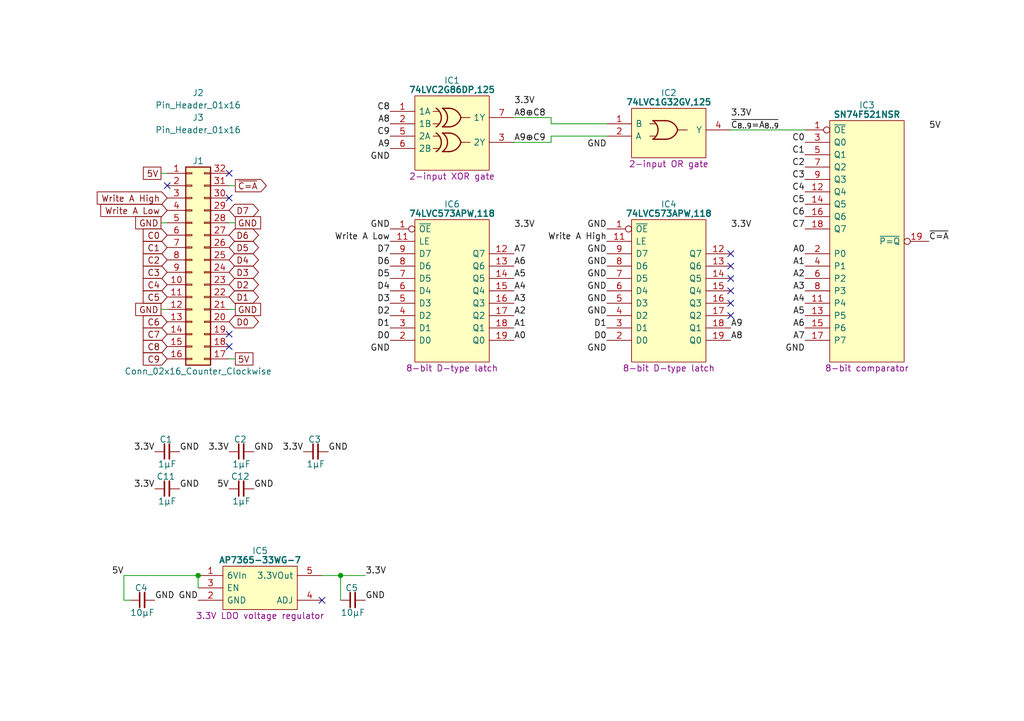
<source format=kicad_sch>
(kicad_sch
	(version 20231120)
	(generator "eeschema")
	(generator_version "8.0")
	(uuid "337b5f72-8be1-4121-9dc6-479b565482b2")
	(paper "A5")
	(title_block
		(title "Comparator 10bit")
		(date "2024-02-16")
		(rev "V0")
	)
	(lib_symbols
		(symbol "Connector_Generic:Conn_02x16_Counter_Clockwise"
			(pin_names
				(offset 1.016) hide)
			(exclude_from_sim no)
			(in_bom yes)
			(on_board yes)
			(property "Reference" "J"
				(at 1.27 20.32 0)
				(effects
					(font
						(size 1.27 1.27)
					)
				)
			)
			(property "Value" "Conn_02x16_Counter_Clockwise"
				(at 1.27 -22.86 0)
				(effects
					(font
						(size 1.27 1.27)
					)
				)
			)
			(property "Footprint" ""
				(at 0 0 0)
				(effects
					(font
						(size 1.27 1.27)
					)
					(hide yes)
				)
			)
			(property "Datasheet" "~"
				(at 0 0 0)
				(effects
					(font
						(size 1.27 1.27)
					)
					(hide yes)
				)
			)
			(property "Description" "Generic connector, double row, 02x16, counter clockwise pin numbering scheme (similar to DIP package numbering), script generated (kicad-library-utils/schlib/autogen/connector/)"
				(at 0 0 0)
				(effects
					(font
						(size 1.27 1.27)
					)
					(hide yes)
				)
			)
			(property "ki_keywords" "connector"
				(at 0 0 0)
				(effects
					(font
						(size 1.27 1.27)
					)
					(hide yes)
				)
			)
			(property "ki_fp_filters" "Connector*:*_2x??_*"
				(at 0 0 0)
				(effects
					(font
						(size 1.27 1.27)
					)
					(hide yes)
				)
			)
			(symbol "Conn_02x16_Counter_Clockwise_1_1"
				(rectangle
					(start -1.27 -20.193)
					(end 0 -20.447)
					(stroke
						(width 0.1524)
						(type default)
					)
					(fill
						(type none)
					)
				)
				(rectangle
					(start -1.27 -17.653)
					(end 0 -17.907)
					(stroke
						(width 0.1524)
						(type default)
					)
					(fill
						(type none)
					)
				)
				(rectangle
					(start -1.27 -15.113)
					(end 0 -15.367)
					(stroke
						(width 0.1524)
						(type default)
					)
					(fill
						(type none)
					)
				)
				(rectangle
					(start -1.27 -12.573)
					(end 0 -12.827)
					(stroke
						(width 0.1524)
						(type default)
					)
					(fill
						(type none)
					)
				)
				(rectangle
					(start -1.27 -10.033)
					(end 0 -10.287)
					(stroke
						(width 0.1524)
						(type default)
					)
					(fill
						(type none)
					)
				)
				(rectangle
					(start -1.27 -7.493)
					(end 0 -7.747)
					(stroke
						(width 0.1524)
						(type default)
					)
					(fill
						(type none)
					)
				)
				(rectangle
					(start -1.27 -4.953)
					(end 0 -5.207)
					(stroke
						(width 0.1524)
						(type default)
					)
					(fill
						(type none)
					)
				)
				(rectangle
					(start -1.27 -2.413)
					(end 0 -2.667)
					(stroke
						(width 0.1524)
						(type default)
					)
					(fill
						(type none)
					)
				)
				(rectangle
					(start -1.27 0.127)
					(end 0 -0.127)
					(stroke
						(width 0.1524)
						(type default)
					)
					(fill
						(type none)
					)
				)
				(rectangle
					(start -1.27 2.667)
					(end 0 2.413)
					(stroke
						(width 0.1524)
						(type default)
					)
					(fill
						(type none)
					)
				)
				(rectangle
					(start -1.27 5.207)
					(end 0 4.953)
					(stroke
						(width 0.1524)
						(type default)
					)
					(fill
						(type none)
					)
				)
				(rectangle
					(start -1.27 7.747)
					(end 0 7.493)
					(stroke
						(width 0.1524)
						(type default)
					)
					(fill
						(type none)
					)
				)
				(rectangle
					(start -1.27 10.287)
					(end 0 10.033)
					(stroke
						(width 0.1524)
						(type default)
					)
					(fill
						(type none)
					)
				)
				(rectangle
					(start -1.27 12.827)
					(end 0 12.573)
					(stroke
						(width 0.1524)
						(type default)
					)
					(fill
						(type none)
					)
				)
				(rectangle
					(start -1.27 15.367)
					(end 0 15.113)
					(stroke
						(width 0.1524)
						(type default)
					)
					(fill
						(type none)
					)
				)
				(rectangle
					(start -1.27 17.907)
					(end 0 17.653)
					(stroke
						(width 0.1524)
						(type default)
					)
					(fill
						(type none)
					)
				)
				(rectangle
					(start -1.27 19.05)
					(end 3.81 -21.59)
					(stroke
						(width 0.254)
						(type default)
					)
					(fill
						(type background)
					)
				)
				(rectangle
					(start 3.81 -20.193)
					(end 2.54 -20.447)
					(stroke
						(width 0.1524)
						(type default)
					)
					(fill
						(type none)
					)
				)
				(rectangle
					(start 3.81 -17.653)
					(end 2.54 -17.907)
					(stroke
						(width 0.1524)
						(type default)
					)
					(fill
						(type none)
					)
				)
				(rectangle
					(start 3.81 -15.113)
					(end 2.54 -15.367)
					(stroke
						(width 0.1524)
						(type default)
					)
					(fill
						(type none)
					)
				)
				(rectangle
					(start 3.81 -12.573)
					(end 2.54 -12.827)
					(stroke
						(width 0.1524)
						(type default)
					)
					(fill
						(type none)
					)
				)
				(rectangle
					(start 3.81 -10.033)
					(end 2.54 -10.287)
					(stroke
						(width 0.1524)
						(type default)
					)
					(fill
						(type none)
					)
				)
				(rectangle
					(start 3.81 -7.493)
					(end 2.54 -7.747)
					(stroke
						(width 0.1524)
						(type default)
					)
					(fill
						(type none)
					)
				)
				(rectangle
					(start 3.81 -4.953)
					(end 2.54 -5.207)
					(stroke
						(width 0.1524)
						(type default)
					)
					(fill
						(type none)
					)
				)
				(rectangle
					(start 3.81 -2.413)
					(end 2.54 -2.667)
					(stroke
						(width 0.1524)
						(type default)
					)
					(fill
						(type none)
					)
				)
				(rectangle
					(start 3.81 0.127)
					(end 2.54 -0.127)
					(stroke
						(width 0.1524)
						(type default)
					)
					(fill
						(type none)
					)
				)
				(rectangle
					(start 3.81 2.667)
					(end 2.54 2.413)
					(stroke
						(width 0.1524)
						(type default)
					)
					(fill
						(type none)
					)
				)
				(rectangle
					(start 3.81 5.207)
					(end 2.54 4.953)
					(stroke
						(width 0.1524)
						(type default)
					)
					(fill
						(type none)
					)
				)
				(rectangle
					(start 3.81 7.747)
					(end 2.54 7.493)
					(stroke
						(width 0.1524)
						(type default)
					)
					(fill
						(type none)
					)
				)
				(rectangle
					(start 3.81 10.287)
					(end 2.54 10.033)
					(stroke
						(width 0.1524)
						(type default)
					)
					(fill
						(type none)
					)
				)
				(rectangle
					(start 3.81 12.827)
					(end 2.54 12.573)
					(stroke
						(width 0.1524)
						(type default)
					)
					(fill
						(type none)
					)
				)
				(rectangle
					(start 3.81 15.367)
					(end 2.54 15.113)
					(stroke
						(width 0.1524)
						(type default)
					)
					(fill
						(type none)
					)
				)
				(rectangle
					(start 3.81 17.907)
					(end 2.54 17.653)
					(stroke
						(width 0.1524)
						(type default)
					)
					(fill
						(type none)
					)
				)
				(pin passive line
					(at -5.08 17.78 0)
					(length 3.81)
					(name "Pin_1"
						(effects
							(font
								(size 1.27 1.27)
							)
						)
					)
					(number "1"
						(effects
							(font
								(size 1.27 1.27)
							)
						)
					)
				)
				(pin passive line
					(at -5.08 -5.08 0)
					(length 3.81)
					(name "Pin_10"
						(effects
							(font
								(size 1.27 1.27)
							)
						)
					)
					(number "10"
						(effects
							(font
								(size 1.27 1.27)
							)
						)
					)
				)
				(pin passive line
					(at -5.08 -7.62 0)
					(length 3.81)
					(name "Pin_11"
						(effects
							(font
								(size 1.27 1.27)
							)
						)
					)
					(number "11"
						(effects
							(font
								(size 1.27 1.27)
							)
						)
					)
				)
				(pin passive line
					(at -5.08 -10.16 0)
					(length 3.81)
					(name "Pin_12"
						(effects
							(font
								(size 1.27 1.27)
							)
						)
					)
					(number "12"
						(effects
							(font
								(size 1.27 1.27)
							)
						)
					)
				)
				(pin passive line
					(at -5.08 -12.7 0)
					(length 3.81)
					(name "Pin_13"
						(effects
							(font
								(size 1.27 1.27)
							)
						)
					)
					(number "13"
						(effects
							(font
								(size 1.27 1.27)
							)
						)
					)
				)
				(pin passive line
					(at -5.08 -15.24 0)
					(length 3.81)
					(name "Pin_14"
						(effects
							(font
								(size 1.27 1.27)
							)
						)
					)
					(number "14"
						(effects
							(font
								(size 1.27 1.27)
							)
						)
					)
				)
				(pin passive line
					(at -5.08 -17.78 0)
					(length 3.81)
					(name "Pin_15"
						(effects
							(font
								(size 1.27 1.27)
							)
						)
					)
					(number "15"
						(effects
							(font
								(size 1.27 1.27)
							)
						)
					)
				)
				(pin passive line
					(at -5.08 -20.32 0)
					(length 3.81)
					(name "Pin_16"
						(effects
							(font
								(size 1.27 1.27)
							)
						)
					)
					(number "16"
						(effects
							(font
								(size 1.27 1.27)
							)
						)
					)
				)
				(pin passive line
					(at 7.62 -20.32 180)
					(length 3.81)
					(name "Pin_17"
						(effects
							(font
								(size 1.27 1.27)
							)
						)
					)
					(number "17"
						(effects
							(font
								(size 1.27 1.27)
							)
						)
					)
				)
				(pin passive line
					(at 7.62 -17.78 180)
					(length 3.81)
					(name "Pin_18"
						(effects
							(font
								(size 1.27 1.27)
							)
						)
					)
					(number "18"
						(effects
							(font
								(size 1.27 1.27)
							)
						)
					)
				)
				(pin passive line
					(at 7.62 -15.24 180)
					(length 3.81)
					(name "Pin_19"
						(effects
							(font
								(size 1.27 1.27)
							)
						)
					)
					(number "19"
						(effects
							(font
								(size 1.27 1.27)
							)
						)
					)
				)
				(pin passive line
					(at -5.08 15.24 0)
					(length 3.81)
					(name "Pin_2"
						(effects
							(font
								(size 1.27 1.27)
							)
						)
					)
					(number "2"
						(effects
							(font
								(size 1.27 1.27)
							)
						)
					)
				)
				(pin passive line
					(at 7.62 -12.7 180)
					(length 3.81)
					(name "Pin_20"
						(effects
							(font
								(size 1.27 1.27)
							)
						)
					)
					(number "20"
						(effects
							(font
								(size 1.27 1.27)
							)
						)
					)
				)
				(pin passive line
					(at 7.62 -10.16 180)
					(length 3.81)
					(name "Pin_21"
						(effects
							(font
								(size 1.27 1.27)
							)
						)
					)
					(number "21"
						(effects
							(font
								(size 1.27 1.27)
							)
						)
					)
				)
				(pin passive line
					(at 7.62 -7.62 180)
					(length 3.81)
					(name "Pin_22"
						(effects
							(font
								(size 1.27 1.27)
							)
						)
					)
					(number "22"
						(effects
							(font
								(size 1.27 1.27)
							)
						)
					)
				)
				(pin passive line
					(at 7.62 -5.08 180)
					(length 3.81)
					(name "Pin_23"
						(effects
							(font
								(size 1.27 1.27)
							)
						)
					)
					(number "23"
						(effects
							(font
								(size 1.27 1.27)
							)
						)
					)
				)
				(pin passive line
					(at 7.62 -2.54 180)
					(length 3.81)
					(name "Pin_24"
						(effects
							(font
								(size 1.27 1.27)
							)
						)
					)
					(number "24"
						(effects
							(font
								(size 1.27 1.27)
							)
						)
					)
				)
				(pin passive line
					(at 7.62 0 180)
					(length 3.81)
					(name "Pin_25"
						(effects
							(font
								(size 1.27 1.27)
							)
						)
					)
					(number "25"
						(effects
							(font
								(size 1.27 1.27)
							)
						)
					)
				)
				(pin passive line
					(at 7.62 2.54 180)
					(length 3.81)
					(name "Pin_26"
						(effects
							(font
								(size 1.27 1.27)
							)
						)
					)
					(number "26"
						(effects
							(font
								(size 1.27 1.27)
							)
						)
					)
				)
				(pin passive line
					(at 7.62 5.08 180)
					(length 3.81)
					(name "Pin_27"
						(effects
							(font
								(size 1.27 1.27)
							)
						)
					)
					(number "27"
						(effects
							(font
								(size 1.27 1.27)
							)
						)
					)
				)
				(pin passive line
					(at 7.62 7.62 180)
					(length 3.81)
					(name "Pin_28"
						(effects
							(font
								(size 1.27 1.27)
							)
						)
					)
					(number "28"
						(effects
							(font
								(size 1.27 1.27)
							)
						)
					)
				)
				(pin passive line
					(at 7.62 10.16 180)
					(length 3.81)
					(name "Pin_29"
						(effects
							(font
								(size 1.27 1.27)
							)
						)
					)
					(number "29"
						(effects
							(font
								(size 1.27 1.27)
							)
						)
					)
				)
				(pin passive line
					(at -5.08 12.7 0)
					(length 3.81)
					(name "Pin_3"
						(effects
							(font
								(size 1.27 1.27)
							)
						)
					)
					(number "3"
						(effects
							(font
								(size 1.27 1.27)
							)
						)
					)
				)
				(pin passive line
					(at 7.62 12.7 180)
					(length 3.81)
					(name "Pin_30"
						(effects
							(font
								(size 1.27 1.27)
							)
						)
					)
					(number "30"
						(effects
							(font
								(size 1.27 1.27)
							)
						)
					)
				)
				(pin passive line
					(at 7.62 15.24 180)
					(length 3.81)
					(name "Pin_31"
						(effects
							(font
								(size 1.27 1.27)
							)
						)
					)
					(number "31"
						(effects
							(font
								(size 1.27 1.27)
							)
						)
					)
				)
				(pin passive line
					(at 7.62 17.78 180)
					(length 3.81)
					(name "Pin_32"
						(effects
							(font
								(size 1.27 1.27)
							)
						)
					)
					(number "32"
						(effects
							(font
								(size 1.27 1.27)
							)
						)
					)
				)
				(pin passive line
					(at -5.08 10.16 0)
					(length 3.81)
					(name "Pin_4"
						(effects
							(font
								(size 1.27 1.27)
							)
						)
					)
					(number "4"
						(effects
							(font
								(size 1.27 1.27)
							)
						)
					)
				)
				(pin passive line
					(at -5.08 7.62 0)
					(length 3.81)
					(name "Pin_5"
						(effects
							(font
								(size 1.27 1.27)
							)
						)
					)
					(number "5"
						(effects
							(font
								(size 1.27 1.27)
							)
						)
					)
				)
				(pin passive line
					(at -5.08 5.08 0)
					(length 3.81)
					(name "Pin_6"
						(effects
							(font
								(size 1.27 1.27)
							)
						)
					)
					(number "6"
						(effects
							(font
								(size 1.27 1.27)
							)
						)
					)
				)
				(pin passive line
					(at -5.08 2.54 0)
					(length 3.81)
					(name "Pin_7"
						(effects
							(font
								(size 1.27 1.27)
							)
						)
					)
					(number "7"
						(effects
							(font
								(size 1.27 1.27)
							)
						)
					)
				)
				(pin passive line
					(at -5.08 0 0)
					(length 3.81)
					(name "Pin_8"
						(effects
							(font
								(size 1.27 1.27)
							)
						)
					)
					(number "8"
						(effects
							(font
								(size 1.27 1.27)
							)
						)
					)
				)
				(pin passive line
					(at -5.08 -2.54 0)
					(length 3.81)
					(name "Pin_9"
						(effects
							(font
								(size 1.27 1.27)
							)
						)
					)
					(number "9"
						(effects
							(font
								(size 1.27 1.27)
							)
						)
					)
				)
			)
		)
		(symbol "Diodes_Inc:AP7365-33WG-7"
			(pin_names
				(offset 0.762)
			)
			(exclude_from_sim no)
			(in_bom yes)
			(on_board yes)
			(property "Reference" "IC"
				(at 12.7 5.08 0)
				(effects
					(font
						(size 1.27 1.27)
					)
				)
			)
			(property "Value" "AP7365-33WG-7"
				(at 12.7 3.175 0)
				(effects
					(font
						(size 1.27 1.27)
						(bold yes)
					)
				)
			)
			(property "Footprint" "SamacSys_Parts:SOT95P285X130-5N"
				(at 21.59 -14.605 0)
				(effects
					(font
						(size 1.27 1.27)
					)
					(justify left)
					(hide yes)
				)
			)
			(property "Datasheet" "https://componentsearchengine.com/Datasheets/1/AP7365-33WG-7.pdf"
				(at 21.59 -17.145 0)
				(effects
					(font
						(size 1.27 1.27)
					)
					(justify left)
					(hide yes)
				)
			)
			(property "Description" "3.3V LDO voltage regulator"
				(at 12.7 -8.255 0)
				(effects
					(font
						(size 1.27 1.27)
					)
				)
			)
			(property "Height" "1.3"
				(at 21.59 -19.685 0)
				(effects
					(font
						(size 1.27 1.27)
					)
					(justify left)
					(hide yes)
				)
			)
			(property "Manufacturer_Name" "Diodes Inc."
				(at 21.59 -22.225 0)
				(effects
					(font
						(size 1.27 1.27)
					)
					(justify left)
					(hide yes)
				)
			)
			(property "Manufacturer_Part_Number" "AP7365-33WG-7"
				(at 21.59 -24.765 0)
				(effects
					(font
						(size 1.27 1.27)
					)
					(justify left)
					(hide yes)
				)
			)
			(property "Mouser Part Number" "621-AP7365-33WG-7"
				(at 21.59 -27.305 0)
				(effects
					(font
						(size 1.27 1.27)
					)
					(justify left)
					(hide yes)
				)
			)
			(property "Mouser Price/Stock" "https://www.mouser.co.uk/ProductDetail/Diodes-Incorporated/AP7365-33WG-7?qs=abZ1nkZpTuOZFvxvoFPL0w%3D%3D"
				(at 21.59 -29.845 0)
				(effects
					(font
						(size 1.27 1.27)
					)
					(justify left)
					(hide yes)
				)
			)
			(property "Arrow Part Number" "AP7365-33WG-7"
				(at 21.59 -32.385 0)
				(effects
					(font
						(size 1.27 1.27)
					)
					(justify left)
					(hide yes)
				)
			)
			(property "Arrow Price/Stock" "https://www.arrow.com/en/products/ap7365-33wg-7/diodes-incorporated?region=nac"
				(at 21.59 -34.925 0)
				(effects
					(font
						(size 1.27 1.27)
					)
					(justify left)
					(hide yes)
				)
			)
			(property "Silkscreen" "AP7365"
				(at 21.59 -12.065 0)
				(effects
					(font
						(size 1.27 1.27)
					)
					(justify left)
					(hide yes)
				)
			)
			(symbol "AP7365-33WG-7_0_0"
				(pin passive line
					(at 0 -5.08 0)
					(length 5.08)
					(name "GND"
						(effects
							(font
								(size 1.27 1.27)
							)
						)
					)
					(number "2"
						(effects
							(font
								(size 1.27 1.27)
							)
						)
					)
				)
				(pin input line
					(at 0 -2.54 0)
					(length 5.08)
					(name "EN"
						(effects
							(font
								(size 1.27 1.27)
							)
						)
					)
					(number "3"
						(effects
							(font
								(size 1.27 1.27)
							)
						)
					)
				)
				(pin passive line
					(at 25.4 -5.08 180)
					(length 5.08)
					(name "ADJ"
						(effects
							(font
								(size 1.27 1.27)
							)
						)
					)
					(number "4"
						(effects
							(font
								(size 1.27 1.27)
							)
						)
					)
				)
			)
			(symbol "AP7365-33WG-7_0_1"
				(polyline
					(pts
						(xy 5.08 1.905) (xy 20.32 1.905) (xy 20.32 -6.985) (xy 5.08 -6.985) (xy 5.08 1.905)
					)
					(stroke
						(width 0)
						(type default)
					)
					(fill
						(type background)
					)
				)
			)
			(symbol "AP7365-33WG-7_1_0"
				(pin passive line
					(at 0 0 0)
					(length 5.08)
					(name "6VIn"
						(effects
							(font
								(size 1.27 1.27)
							)
						)
					)
					(number "1"
						(effects
							(font
								(size 1.27 1.27)
							)
						)
					)
				)
				(pin passive line
					(at 25.4 0 180)
					(length 5.08)
					(name "3.3VOut"
						(effects
							(font
								(size 1.27 1.27)
							)
						)
					)
					(number "5"
						(effects
							(font
								(size 1.27 1.27)
							)
						)
					)
				)
			)
		)
		(symbol "HCP65:C_0805"
			(pin_numbers hide)
			(pin_names
				(offset 0.254) hide)
			(exclude_from_sim no)
			(in_bom yes)
			(on_board yes)
			(property "Reference" "C"
				(at 2.286 2.54 0)
				(effects
					(font
						(size 1.27 1.27)
					)
				)
			)
			(property "Value" "?μF"
				(at 2.54 -2.54 0)
				(effects
					(font
						(size 1.27 1.27)
					)
				)
			)
			(property "Footprint" "SamacSys_Parts:C_0805"
				(at 16.764 -7.62 0)
				(effects
					(font
						(size 1.27 1.27)
					)
					(hide yes)
				)
			)
			(property "Datasheet" ""
				(at 2.2225 0.3175 90)
				(effects
					(font
						(size 1.27 1.27)
					)
					(hide yes)
				)
			)
			(property "Description" ""
				(at 0 0 0)
				(effects
					(font
						(size 1.27 1.27)
					)
					(hide yes)
				)
			)
			(property "ki_keywords" "capacitor cap"
				(at 0 0 0)
				(effects
					(font
						(size 1.27 1.27)
					)
					(hide yes)
				)
			)
			(property "ki_fp_filters" "C_*"
				(at 0 0 0)
				(effects
					(font
						(size 1.27 1.27)
					)
					(hide yes)
				)
			)
			(symbol "C_0805_0_1"
				(polyline
					(pts
						(xy 1.9685 -1.4605) (xy 1.9685 1.5875)
					)
					(stroke
						(width 0.3048)
						(type default)
					)
					(fill
						(type none)
					)
				)
				(polyline
					(pts
						(xy 2.9845 -1.4605) (xy 2.9845 1.5875)
					)
					(stroke
						(width 0.3302)
						(type default)
					)
					(fill
						(type none)
					)
				)
			)
			(symbol "C_0805_1_1"
				(pin passive line
					(at 0 0 0)
					(length 2.032)
					(name "~"
						(effects
							(font
								(size 1.27 1.27)
							)
						)
					)
					(number "1"
						(effects
							(font
								(size 1.27 1.27)
							)
						)
					)
				)
				(pin passive line
					(at 5.08 0 180)
					(length 2.032)
					(name "~"
						(effects
							(font
								(size 1.27 1.27)
							)
						)
					)
					(number "2"
						(effects
							(font
								(size 1.27 1.27)
							)
						)
					)
				)
			)
		)
		(symbol "HCP65:Pin_Header_01x32"
			(pin_names
				(offset 1.016) hide)
			(exclude_from_sim no)
			(in_bom yes)
			(on_board yes)
			(property "Reference" "J"
				(at 0 1.27 0)
				(effects
					(font
						(size 1.27 1.27)
					)
				)
			)
			(property "Value" "Pin_Header_01x32"
				(at 0 -1.27 0)
				(effects
					(font
						(size 1.27 1.27)
					)
				)
			)
			(property "Footprint" "SamacSys_Parts:PinHeader_1x32_P2.54mm_Vertical"
				(at 0 -3.81 0)
				(effects
					(font
						(size 1.27 1.27)
					)
					(hide yes)
				)
			)
			(property "Datasheet" "~"
				(at -5.08 0 0)
				(effects
					(font
						(size 1.27 1.27)
					)
					(hide yes)
				)
			)
			(property "Description" ""
				(at 0 0 0)
				(effects
					(font
						(size 1.27 1.27)
					)
					(hide yes)
				)
			)
			(property "ki_fp_filters" "Connector*:*_1x??_*"
				(at 0 0 0)
				(effects
					(font
						(size 1.27 1.27)
					)
					(hide yes)
				)
			)
		)
		(symbol "Nexperia:74LVC1G32GV,125"
			(pin_names
				(offset 0.762)
			)
			(exclude_from_sim no)
			(in_bom yes)
			(on_board yes)
			(property "Reference" "IC"
				(at 12.7 6.35 0)
				(effects
					(font
						(size 1.27 1.27)
					)
				)
			)
			(property "Value" "74LVC1G32GV,125"
				(at 12.7 4.445 0)
				(effects
					(font
						(size 1.27 1.27)
						(bold yes)
					)
				)
			)
			(property "Footprint" "SamacSys_Parts:SOT95P275X110-5N"
				(at 22.225 -10.795 0)
				(effects
					(font
						(size 1.27 1.27)
					)
					(justify left)
					(hide yes)
				)
			)
			(property "Datasheet" "https://assets.nexperia.com/documents/data-sheet/74LVC1G32.pdf"
				(at 22.225 -13.335 0)
				(effects
					(font
						(size 1.27 1.27)
					)
					(justify left)
					(hide yes)
				)
			)
			(property "Description" "2-input OR gate"
				(at 12.7 -8.255 0)
				(effects
					(font
						(size 1.27 1.27)
					)
				)
			)
			(property "Height" "1.1"
				(at 22.225 -18.415 0)
				(effects
					(font
						(size 1.27 1.27)
					)
					(justify left)
					(hide yes)
				)
			)
			(property "Manufacturer_Name" "Nexperia"
				(at 22.225 -20.955 0)
				(effects
					(font
						(size 1.27 1.27)
					)
					(justify left)
					(hide yes)
				)
			)
			(property "Manufacturer_Part_Number" "74LVC1G32GV,125"
				(at 22.225 -23.495 0)
				(effects
					(font
						(size 1.27 1.27)
					)
					(justify left)
					(hide yes)
				)
			)
			(property "Mouser Part Number" "771-LVC1G32GV125"
				(at 22.225 -26.035 0)
				(effects
					(font
						(size 1.27 1.27)
					)
					(justify left)
					(hide yes)
				)
			)
			(property "Mouser Price/Stock" "https://www.mouser.co.uk/ProductDetail/Nexperia/74LVC1G32GV125?qs=me8TqzrmIYXExQH4V9SARg%3D%3D"
				(at 22.225 -28.575 0)
				(effects
					(font
						(size 1.27 1.27)
					)
					(justify left)
					(hide yes)
				)
			)
			(property "Silkscreen" "'1G32"
				(at 12.7 -10.795 0)
				(effects
					(font
						(size 1.27 1.27)
					)
					(hide yes)
				)
			)
			(property "Garbage" "NEXPERIA - 74LVC1G32GV,125 - OR GATE, SINGLE, 2 I/P, SC-74A-5"
				(at 0 0 0)
				(effects
					(font
						(size 1.27 1.27)
					)
					(hide yes)
				)
			)
			(symbol "74LVC1G32GV,125_0_0"
				(pin input line
					(at 0 0 0)
					(length 5.08)
					(name "B"
						(effects
							(font
								(size 1.27 1.27)
							)
						)
					)
					(number "1"
						(effects
							(font
								(size 1.27 1.27)
							)
						)
					)
				)
				(pin input line
					(at 0 -2.54 0)
					(length 5.08)
					(name "A"
						(effects
							(font
								(size 1.27 1.27)
							)
						)
					)
					(number "2"
						(effects
							(font
								(size 1.27 1.27)
							)
						)
					)
				)
				(pin passive line
					(at 0 -5.08 0)
					(length 5.08) hide
					(name "GND"
						(effects
							(font
								(size 1.27 1.27)
							)
						)
					)
					(number "3"
						(effects
							(font
								(size 1.27 1.27)
							)
						)
					)
				)
				(pin output line
					(at 25.4 -1.27 180)
					(length 5.08)
					(name "Y"
						(effects
							(font
								(size 1.27 1.27)
							)
						)
					)
					(number "4"
						(effects
							(font
								(size 1.27 1.27)
							)
						)
					)
				)
				(pin passive line
					(at 25.4 1.27 180)
					(length 5.08) hide
					(name "3V"
						(effects
							(font
								(size 1.27 1.27)
							)
						)
					)
					(number "5"
						(effects
							(font
								(size 1.27 1.27)
							)
						)
					)
				)
			)
			(symbol "74LVC1G32GV,125_0_1"
				(polyline
					(pts
						(xy 8.802 -2.54) (xy 10.0719 -2.54)
					)
					(stroke
						(width 0)
						(type default)
					)
					(fill
						(type none)
					)
				)
				(polyline
					(pts
						(xy 8.802 0) (xy 10.0719 0)
					)
					(stroke
						(width 0)
						(type default)
					)
					(fill
						(type none)
					)
				)
				(polyline
					(pts
						(xy 11.977 -3.175) (xy 9.437 -3.175)
					)
					(stroke
						(width 0.254)
						(type default)
					)
					(fill
						(type background)
					)
				)
				(polyline
					(pts
						(xy 11.977 0.635) (xy 9.437 0.635)
					)
					(stroke
						(width 0.254)
						(type default)
					)
					(fill
						(type background)
					)
				)
				(polyline
					(pts
						(xy 14.605 -1.27) (xy 16.51 -1.27)
					)
					(stroke
						(width 0)
						(type default)
					)
					(fill
						(type none)
					)
				)
				(polyline
					(pts
						(xy 5.08 3.175) (xy 20.32 3.175) (xy 20.32 -6.985) (xy 5.08 -6.985) (xy 5.08 3.175)
					)
					(stroke
						(width 0.1524)
						(type default)
					)
					(fill
						(type background)
					)
				)
				(arc
					(start 9.437 -3.175)
					(mid 10.4969 -1.27)
					(end 9.437 0.635)
					(stroke
						(width 0.254)
						(type default)
					)
					(fill
						(type none)
					)
				)
				(arc
					(start 11.977 -3.175)
					(mid 13.5751 -2.6601)
					(end 14.517 -1.27)
					(stroke
						(width 0.254)
						(type default)
					)
					(fill
						(type none)
					)
				)
				(arc
					(start 14.517 -1.27)
					(mid 13.5761 0.1213)
					(end 11.977 0.635)
					(stroke
						(width 0.254)
						(type default)
					)
					(fill
						(type none)
					)
				)
			)
		)
		(symbol "Nexperia:74LVC2G86DP,125"
			(pin_names
				(offset 0.762)
			)
			(exclude_from_sim no)
			(in_bom yes)
			(on_board yes)
			(property "Reference" "IC"
				(at 12.7 6.35 0)
				(effects
					(font
						(size 1.27 1.27)
					)
				)
			)
			(property "Value" "74LVC2G86DP,125"
				(at 12.7 4.445 0)
				(effects
					(font
						(size 1.27 1.27)
						(bold yes)
					)
				)
			)
			(property "Footprint" "SamacSys_Parts:SOP65P400X110-8N"
				(at 22.225 -15.875 0)
				(effects
					(font
						(size 1.27 1.27)
					)
					(justify left)
					(hide yes)
				)
			)
			(property "Datasheet" "https://assets.nexperia.com/documents/data-sheet/74LVC2G86.pdf"
				(at 22.225 -18.415 0)
				(effects
					(font
						(size 1.27 1.27)
					)
					(justify left)
					(hide yes)
				)
			)
			(property "Description" "2-input XOR gate"
				(at 12.7 -13.335 0)
				(effects
					(font
						(size 1.27 1.27)
					)
				)
			)
			(property "Height" "1.1"
				(at 22.225 -23.495 0)
				(effects
					(font
						(size 1.27 1.27)
					)
					(justify left)
					(hide yes)
				)
			)
			(property "Manufacturer_Name" "Nexperia"
				(at 22.225 -26.035 0)
				(effects
					(font
						(size 1.27 1.27)
					)
					(justify left)
					(hide yes)
				)
			)
			(property "Manufacturer_Part_Number" "74LVC2G86DP,125"
				(at 22.225 -28.575 0)
				(effects
					(font
						(size 1.27 1.27)
					)
					(justify left)
					(hide yes)
				)
			)
			(property "Mouser Part Number" "771-LVC2G86DP125"
				(at 22.225 -31.115 0)
				(effects
					(font
						(size 1.27 1.27)
					)
					(justify left)
					(hide yes)
				)
			)
			(property "Mouser Price/Stock" "https://www.mouser.co.uk/ProductDetail/Nexperia/74LVC2G86DP125?qs=me8TqzrmIYU4VUcP1CeUGw%3D%3D"
				(at 22.225 -33.655 0)
				(effects
					(font
						(size 1.27 1.27)
					)
					(justify left)
					(hide yes)
				)
			)
			(property "Silkscreen" "'2G86"
				(at 13.335 -15.875 0)
				(effects
					(font
						(size 1.27 1.27)
					)
					(hide yes)
				)
			)
			(property "Garbage" "74LVC2G86 - Dual 2-input EXCLUSIVE-OR gate@en-us"
				(at 0 0 0)
				(effects
					(font
						(size 1.27 1.27)
					)
					(hide yes)
				)
			)
			(symbol "74LVC2G86DP,125_0_1"
				(polyline
					(pts
						(xy 8.802 -7.62) (xy 10.0719 -7.62)
					)
					(stroke
						(width 0)
						(type default)
					)
					(fill
						(type none)
					)
				)
				(polyline
					(pts
						(xy 8.802 -5.08) (xy 10.0719 -5.08)
					)
					(stroke
						(width 0)
						(type default)
					)
					(fill
						(type none)
					)
				)
				(polyline
					(pts
						(xy 8.802 -2.54) (xy 10.0719 -2.54)
					)
					(stroke
						(width 0)
						(type default)
					)
					(fill
						(type none)
					)
				)
				(polyline
					(pts
						(xy 8.802 0) (xy 10.0719 0)
					)
					(stroke
						(width 0)
						(type default)
					)
					(fill
						(type none)
					)
				)
				(polyline
					(pts
						(xy 11.977 -8.255) (xy 10.795 -8.255)
					)
					(stroke
						(width 0.254)
						(type default)
					)
					(fill
						(type background)
					)
				)
				(polyline
					(pts
						(xy 11.977 -4.445) (xy 10.795 -4.445)
					)
					(stroke
						(width 0.254)
						(type default)
					)
					(fill
						(type background)
					)
				)
				(polyline
					(pts
						(xy 11.977 -3.175) (xy 10.795 -3.175)
					)
					(stroke
						(width 0.254)
						(type default)
					)
					(fill
						(type background)
					)
				)
				(polyline
					(pts
						(xy 11.977 0.635) (xy 10.795 0.635)
					)
					(stroke
						(width 0.254)
						(type default)
					)
					(fill
						(type background)
					)
				)
				(polyline
					(pts
						(xy 14.517 -6.35) (xy 16.422 -6.35)
					)
					(stroke
						(width 0)
						(type default)
					)
					(fill
						(type none)
					)
				)
				(polyline
					(pts
						(xy 14.517 -1.27) (xy 16.422 -1.27)
					)
					(stroke
						(width 0)
						(type default)
					)
					(fill
						(type none)
					)
				)
				(polyline
					(pts
						(xy 5.08 3.175) (xy 20.32 3.175) (xy 20.32 -12.065) (xy 5.08 -12.065) (xy 5.08 3.175)
					)
					(stroke
						(width 0.1524)
						(type default)
					)
					(fill
						(type background)
					)
				)
				(arc
					(start 9.437 -8.255)
					(mid 10.4969 -6.35)
					(end 9.437 -4.445)
					(stroke
						(width 0.254)
						(type default)
					)
					(fill
						(type none)
					)
				)
				(arc
					(start 9.437 -3.175)
					(mid 10.4969 -1.27)
					(end 9.437 0.635)
					(stroke
						(width 0.254)
						(type default)
					)
					(fill
						(type none)
					)
				)
				(arc
					(start 10.707 -8.255)
					(mid 11.7669 -6.35)
					(end 10.707 -4.445)
					(stroke
						(width 0.254)
						(type default)
					)
					(fill
						(type none)
					)
				)
				(arc
					(start 10.707 -3.175)
					(mid 11.7669 -1.27)
					(end 10.707 0.635)
					(stroke
						(width 0.254)
						(type default)
					)
					(fill
						(type none)
					)
				)
				(arc
					(start 11.977 -8.255)
					(mid 13.5754 -7.7404)
					(end 14.517 -6.35)
					(stroke
						(width 0.254)
						(type default)
					)
					(fill
						(type none)
					)
				)
				(arc
					(start 11.977 -3.175)
					(mid 13.5751 -2.6601)
					(end 14.517 -1.27)
					(stroke
						(width 0.254)
						(type default)
					)
					(fill
						(type none)
					)
				)
				(arc
					(start 14.517 -6.35)
					(mid 13.5761 -4.9587)
					(end 11.977 -4.445)
					(stroke
						(width 0.254)
						(type default)
					)
					(fill
						(type none)
					)
				)
				(arc
					(start 14.517 -1.27)
					(mid 13.5761 0.1213)
					(end 11.977 0.635)
					(stroke
						(width 0.254)
						(type default)
					)
					(fill
						(type none)
					)
				)
			)
			(symbol "74LVC2G86DP,125_1_0"
				(pin input line
					(at 0 0 0)
					(length 5.08)
					(name "1A"
						(effects
							(font
								(size 1.27 1.27)
							)
						)
					)
					(number "1"
						(effects
							(font
								(size 1.27 1.27)
							)
						)
					)
				)
				(pin input line
					(at 0 -2.54 0)
					(length 5.08)
					(name "1B"
						(effects
							(font
								(size 1.27 1.27)
							)
						)
					)
					(number "2"
						(effects
							(font
								(size 1.27 1.27)
							)
						)
					)
				)
				(pin output line
					(at 25.4 -6.35 180)
					(length 5.08)
					(name "2Y"
						(effects
							(font
								(size 1.27 1.27)
							)
						)
					)
					(number "3"
						(effects
							(font
								(size 1.27 1.27)
							)
						)
					)
				)
				(pin passive line
					(at 0 -10.16 0)
					(length 5.08) hide
					(name "GND"
						(effects
							(font
								(size 1.27 1.27)
							)
						)
					)
					(number "4"
						(effects
							(font
								(size 1.27 1.27)
							)
						)
					)
				)
				(pin input line
					(at 0 -5.08 0)
					(length 5.08)
					(name "2A"
						(effects
							(font
								(size 1.27 1.27)
							)
						)
					)
					(number "5"
						(effects
							(font
								(size 1.27 1.27)
							)
						)
					)
				)
				(pin input line
					(at 0 -7.62 0)
					(length 5.08)
					(name "2B"
						(effects
							(font
								(size 1.27 1.27)
							)
						)
					)
					(number "6"
						(effects
							(font
								(size 1.27 1.27)
							)
						)
					)
				)
				(pin output line
					(at 25.4 -1.27 180)
					(length 5.08)
					(name "1Y"
						(effects
							(font
								(size 1.27 1.27)
							)
						)
					)
					(number "7"
						(effects
							(font
								(size 1.27 1.27)
							)
						)
					)
				)
				(pin passive line
					(at 25.4 1.27 180)
					(length 5.08) hide
					(name "VCC"
						(effects
							(font
								(size 1.27 1.27)
							)
						)
					)
					(number "8"
						(effects
							(font
								(size 1.27 1.27)
							)
						)
					)
				)
			)
		)
		(symbol "Nexperia:74LVC573APW,118"
			(pin_names
				(offset 0.762)
			)
			(exclude_from_sim no)
			(in_bom yes)
			(on_board yes)
			(property "Reference" "IC"
				(at 12.7 5.08 0)
				(effects
					(font
						(size 1.27 1.27)
					)
				)
			)
			(property "Value" "74LVC573APW,118"
				(at 12.7 3.175 0)
				(effects
					(font
						(size 1.27 1.27)
						(bold yes)
					)
				)
			)
			(property "Footprint" "SamacSys_Parts:SOP65P640X110-20N"
				(at 26.035 -33.655 0)
				(effects
					(font
						(size 1.27 1.27)
					)
					(justify left)
					(hide yes)
				)
			)
			(property "Datasheet" "https://assets.nexperia.com/documents/data-sheet/74LVC573A.pdf"
				(at 26.035 -36.195 0)
				(effects
					(font
						(size 1.27 1.27)
					)
					(justify left)
					(hide yes)
				)
			)
			(property "Description" "8-bit D-type latch"
				(at 12.7 -28.575 0)
				(effects
					(font
						(size 1.27 1.27)
					)
				)
			)
			(property "Height" "1.1"
				(at 26.035 -41.275 0)
				(effects
					(font
						(size 1.27 1.27)
					)
					(justify left)
					(hide yes)
				)
			)
			(property "Mouser Part Number" "771-74LVC573APW-T"
				(at 26.035 -43.815 0)
				(effects
					(font
						(size 1.27 1.27)
					)
					(justify left)
					(hide yes)
				)
			)
			(property "Mouser Price/Stock" "https://www.mouser.co.uk/ProductDetail/Nexperia/74LVC573APW118/?qs=me8TqzrmIYU4mlL%252B5pgpig%3D%3D"
				(at 26.035 -46.355 0)
				(effects
					(font
						(size 1.27 1.27)
					)
					(justify left)
					(hide yes)
				)
			)
			(property "Manufacturer_Name" "Nexperia"
				(at 26.035 -48.895 0)
				(effects
					(font
						(size 1.27 1.27)
					)
					(justify left)
					(hide yes)
				)
			)
			(property "Manufacturer_Part_Number" "74LVC573APW,118"
				(at 26.035 -51.435 0)
				(effects
					(font
						(size 1.27 1.27)
					)
					(justify left)
					(hide yes)
				)
			)
			(property "Silkscreen" "74LVC573"
				(at 12.7 -31.115 0)
				(effects
					(font
						(size 1.27 1.27)
					)
					(hide yes)
				)
			)
			(property "Garbage" "74LVC573A - Octal D-type transparent latch with 5 V tolerant inputs/outputs; 3-state@en-us"
				(at 0 0 0)
				(effects
					(font
						(size 1.27 1.27)
					)
					(hide yes)
				)
			)
			(symbol "74LVC573APW,118_0_0"
				(pin input inverted
					(at 0 0 0)
					(length 5.08)
					(name "~{OE}"
						(effects
							(font
								(size 1.27 1.27)
							)
						)
					)
					(number "1"
						(effects
							(font
								(size 1.27 1.27)
							)
						)
					)
				)
				(pin passive line
					(at 0 -25.4 0)
					(length 5.08) hide
					(name "GND"
						(effects
							(font
								(size 1.27 1.27)
							)
						)
					)
					(number "10"
						(effects
							(font
								(size 1.27 1.27)
							)
						)
					)
				)
				(pin input line
					(at 0 -2.54 0)
					(length 5.08)
					(name "LE"
						(effects
							(font
								(size 1.27 1.27)
							)
						)
					)
					(number "11"
						(effects
							(font
								(size 1.27 1.27)
							)
						)
					)
				)
				(pin tri_state line
					(at 25.4 -5.08 180)
					(length 5.08)
					(name "Q7"
						(effects
							(font
								(size 1.27 1.27)
							)
						)
					)
					(number "12"
						(effects
							(font
								(size 1.27 1.27)
							)
						)
					)
				)
				(pin tri_state line
					(at 25.4 -7.62 180)
					(length 5.08)
					(name "Q6"
						(effects
							(font
								(size 1.27 1.27)
							)
						)
					)
					(number "13"
						(effects
							(font
								(size 1.27 1.27)
							)
						)
					)
				)
				(pin tri_state line
					(at 25.4 -10.16 180)
					(length 5.08)
					(name "Q5"
						(effects
							(font
								(size 1.27 1.27)
							)
						)
					)
					(number "14"
						(effects
							(font
								(size 1.27 1.27)
							)
						)
					)
				)
				(pin tri_state line
					(at 25.4 -12.7 180)
					(length 5.08)
					(name "Q4"
						(effects
							(font
								(size 1.27 1.27)
							)
						)
					)
					(number "15"
						(effects
							(font
								(size 1.27 1.27)
							)
						)
					)
				)
				(pin tri_state line
					(at 25.4 -15.24 180)
					(length 5.08)
					(name "Q3"
						(effects
							(font
								(size 1.27 1.27)
							)
						)
					)
					(number "16"
						(effects
							(font
								(size 1.27 1.27)
							)
						)
					)
				)
				(pin tri_state line
					(at 25.4 -17.78 180)
					(length 5.08)
					(name "Q2"
						(effects
							(font
								(size 1.27 1.27)
							)
						)
					)
					(number "17"
						(effects
							(font
								(size 1.27 1.27)
							)
						)
					)
				)
				(pin tri_state line
					(at 25.4 -20.32 180)
					(length 5.08)
					(name "Q1"
						(effects
							(font
								(size 1.27 1.27)
							)
						)
					)
					(number "18"
						(effects
							(font
								(size 1.27 1.27)
							)
						)
					)
				)
				(pin tri_state line
					(at 25.4 -22.86 180)
					(length 5.08)
					(name "Q0"
						(effects
							(font
								(size 1.27 1.27)
							)
						)
					)
					(number "19"
						(effects
							(font
								(size 1.27 1.27)
							)
						)
					)
				)
				(pin input line
					(at 0 -22.86 0)
					(length 5.08)
					(name "D0"
						(effects
							(font
								(size 1.27 1.27)
							)
						)
					)
					(number "2"
						(effects
							(font
								(size 1.27 1.27)
							)
						)
					)
				)
				(pin passive line
					(at 25.4 0 180)
					(length 5.08) hide
					(name "3V"
						(effects
							(font
								(size 1.27 1.27)
							)
						)
					)
					(number "20"
						(effects
							(font
								(size 1.27 1.27)
							)
						)
					)
				)
				(pin input line
					(at 0 -20.32 0)
					(length 5.08)
					(name "D1"
						(effects
							(font
								(size 1.27 1.27)
							)
						)
					)
					(number "3"
						(effects
							(font
								(size 1.27 1.27)
							)
						)
					)
				)
				(pin input line
					(at 0 -17.78 0)
					(length 5.08)
					(name "D2"
						(effects
							(font
								(size 1.27 1.27)
							)
						)
					)
					(number "4"
						(effects
							(font
								(size 1.27 1.27)
							)
						)
					)
				)
				(pin input line
					(at 0 -15.24 0)
					(length 5.08)
					(name "D3"
						(effects
							(font
								(size 1.27 1.27)
							)
						)
					)
					(number "5"
						(effects
							(font
								(size 1.27 1.27)
							)
						)
					)
				)
				(pin input line
					(at 0 -12.7 0)
					(length 5.08)
					(name "D4"
						(effects
							(font
								(size 1.27 1.27)
							)
						)
					)
					(number "6"
						(effects
							(font
								(size 1.27 1.27)
							)
						)
					)
				)
				(pin input line
					(at 0 -10.16 0)
					(length 5.08)
					(name "D5"
						(effects
							(font
								(size 1.27 1.27)
							)
						)
					)
					(number "7"
						(effects
							(font
								(size 1.27 1.27)
							)
						)
					)
				)
				(pin input line
					(at 0 -7.62 0)
					(length 5.08)
					(name "D6"
						(effects
							(font
								(size 1.27 1.27)
							)
						)
					)
					(number "8"
						(effects
							(font
								(size 1.27 1.27)
							)
						)
					)
				)
				(pin input line
					(at 0 -5.08 0)
					(length 5.08)
					(name "D7"
						(effects
							(font
								(size 1.27 1.27)
							)
						)
					)
					(number "9"
						(effects
							(font
								(size 1.27 1.27)
							)
						)
					)
				)
			)
			(symbol "74LVC573APW,118_0_1"
				(polyline
					(pts
						(xy 5.08 1.905) (xy 20.32 1.905) (xy 20.32 -27.305) (xy 5.08 -27.305) (xy 5.08 1.905)
					)
					(stroke
						(width 0.1524)
						(type default)
					)
					(fill
						(type background)
					)
				)
			)
		)
		(symbol "Texas_Instruments:SN74F521NSR"
			(pin_names
				(offset 0.762)
			)
			(exclude_from_sim no)
			(in_bom yes)
			(on_board yes)
			(property "Reference" "IC"
				(at 12.7 5.08 0)
				(effects
					(font
						(size 1.27 1.27)
					)
				)
			)
			(property "Value" "SN74F521NSR"
				(at 12.7 3.175 0)
				(effects
					(font
						(size 1.27 1.27)
						(bold yes)
					)
				)
			)
			(property "Footprint" "SamacSys_Parts:SOIC127P780X200-20N"
				(at 31.115 -33.02 0)
				(effects
					(font
						(size 1.27 1.27)
					)
					(justify left)
					(hide yes)
				)
			)
			(property "Datasheet" "http://www.ti.com/lit/gpn/sn74f521"
				(at 31.115 -35.56 0)
				(effects
					(font
						(size 1.27 1.27)
					)
					(justify left)
					(hide yes)
				)
			)
			(property "Description" "8-bit comparator"
				(at 12.7 -48.895 0)
				(effects
					(font
						(size 1.27 1.27)
					)
				)
			)
			(property "Height" "2"
				(at 31.115 -40.64 0)
				(effects
					(font
						(size 1.27 1.27)
					)
					(justify left)
					(hide yes)
				)
			)
			(property "Mouser Part Number" "595-SN74F521NSR"
				(at 31.115 -43.18 0)
				(effects
					(font
						(size 1.27 1.27)
					)
					(justify left)
					(hide yes)
				)
			)
			(property "Mouser Price/Stock" "https://www.mouser.co.uk/ProductDetail/Texas-Instruments/SN74F521NSR?qs=mE33ZKBHyE6KJhInhzfN1g%3D%3D"
				(at 31.115 -45.72 0)
				(effects
					(font
						(size 1.27 1.27)
					)
					(justify left)
					(hide yes)
				)
			)
			(property "Manufacturer_Name" "Texas Instruments"
				(at 31.115 -48.26 0)
				(effects
					(font
						(size 1.27 1.27)
					)
					(justify left)
					(hide yes)
				)
			)
			(property "Manufacturer_Part_Number" "SN74F521NSR"
				(at 31.115 -50.8 0)
				(effects
					(font
						(size 1.27 1.27)
					)
					(justify left)
					(hide yes)
				)
			)
			(property "Silkscreen" "74F521"
				(at 12.7 -51.435 0)
				(effects
					(font
						(size 1.27 1.27)
					)
					(hide yes)
				)
			)
			(symbol "SN74F521NSR_0_0"
				(pin input inverted
					(at 0 0 0)
					(length 5.08)
					(name "~{OE}"
						(effects
							(font
								(size 1.27 1.27)
							)
						)
					)
					(number "1"
						(effects
							(font
								(size 1.27 1.27)
							)
						)
					)
				)
				(pin input line
					(at 0 -35.56 0)
					(length 5.08)
					(name "P4"
						(effects
							(font
								(size 1.27 1.27)
							)
						)
					)
					(number "11"
						(effects
							(font
								(size 1.27 1.27)
							)
						)
					)
				)
				(pin input line
					(at 0 -12.7 0)
					(length 5.08)
					(name "Q4"
						(effects
							(font
								(size 1.27 1.27)
							)
						)
					)
					(number "12"
						(effects
							(font
								(size 1.27 1.27)
							)
						)
					)
				)
				(pin input line
					(at 0 -38.1 0)
					(length 5.08)
					(name "P5"
						(effects
							(font
								(size 1.27 1.27)
							)
						)
					)
					(number "13"
						(effects
							(font
								(size 1.27 1.27)
							)
						)
					)
				)
				(pin input line
					(at 0 -15.24 0)
					(length 5.08)
					(name "Q5"
						(effects
							(font
								(size 1.27 1.27)
							)
						)
					)
					(number "14"
						(effects
							(font
								(size 1.27 1.27)
							)
						)
					)
				)
				(pin input line
					(at 0 -40.64 0)
					(length 5.08)
					(name "P6"
						(effects
							(font
								(size 1.27 1.27)
							)
						)
					)
					(number "15"
						(effects
							(font
								(size 1.27 1.27)
							)
						)
					)
				)
				(pin input line
					(at 0 -17.78 0)
					(length 5.08)
					(name "Q6"
						(effects
							(font
								(size 1.27 1.27)
							)
						)
					)
					(number "16"
						(effects
							(font
								(size 1.27 1.27)
							)
						)
					)
				)
				(pin input line
					(at 0 -43.18 0)
					(length 5.08)
					(name "P7"
						(effects
							(font
								(size 1.27 1.27)
							)
						)
					)
					(number "17"
						(effects
							(font
								(size 1.27 1.27)
							)
						)
					)
				)
				(pin input line
					(at 0 -20.32 0)
					(length 5.08)
					(name "Q7"
						(effects
							(font
								(size 1.27 1.27)
							)
						)
					)
					(number "18"
						(effects
							(font
								(size 1.27 1.27)
							)
						)
					)
				)
				(pin output inverted
					(at 25.4 -22.86 180)
					(length 5.08)
					(name "~{P=Q}"
						(effects
							(font
								(size 1.27 1.27)
							)
						)
					)
					(number "19"
						(effects
							(font
								(size 1.27 1.27)
							)
						)
					)
				)
				(pin input line
					(at 0 -25.4 0)
					(length 5.08)
					(name "P0"
						(effects
							(font
								(size 1.27 1.27)
							)
						)
					)
					(number "2"
						(effects
							(font
								(size 1.27 1.27)
							)
						)
					)
				)
				(pin input line
					(at 0 -2.54 0)
					(length 5.08)
					(name "Q0"
						(effects
							(font
								(size 1.27 1.27)
							)
						)
					)
					(number "3"
						(effects
							(font
								(size 1.27 1.27)
							)
						)
					)
				)
				(pin input line
					(at 0 -27.94 0)
					(length 5.08)
					(name "P1"
						(effects
							(font
								(size 1.27 1.27)
							)
						)
					)
					(number "4"
						(effects
							(font
								(size 1.27 1.27)
							)
						)
					)
				)
				(pin input line
					(at 0 -5.08 0)
					(length 5.08)
					(name "Q1"
						(effects
							(font
								(size 1.27 1.27)
							)
						)
					)
					(number "5"
						(effects
							(font
								(size 1.27 1.27)
							)
						)
					)
				)
				(pin input line
					(at 0 -30.48 0)
					(length 5.08)
					(name "P2"
						(effects
							(font
								(size 1.27 1.27)
							)
						)
					)
					(number "6"
						(effects
							(font
								(size 1.27 1.27)
							)
						)
					)
				)
				(pin input line
					(at 0 -7.62 0)
					(length 5.08)
					(name "Q2"
						(effects
							(font
								(size 1.27 1.27)
							)
						)
					)
					(number "7"
						(effects
							(font
								(size 1.27 1.27)
							)
						)
					)
				)
				(pin input line
					(at 0 -33.02 0)
					(length 5.08)
					(name "P3"
						(effects
							(font
								(size 1.27 1.27)
							)
						)
					)
					(number "8"
						(effects
							(font
								(size 1.27 1.27)
							)
						)
					)
				)
				(pin input line
					(at 0 -10.16 0)
					(length 5.08)
					(name "Q3"
						(effects
							(font
								(size 1.27 1.27)
							)
						)
					)
					(number "9"
						(effects
							(font
								(size 1.27 1.27)
							)
						)
					)
				)
			)
			(symbol "SN74F521NSR_0_1"
				(polyline
					(pts
						(xy 5.08 1.905) (xy 20.32 1.905) (xy 20.32 -47.625) (xy 5.08 -47.625) (xy 5.08 1.905)
					)
					(stroke
						(width 0.1524)
						(type default)
					)
					(fill
						(type background)
					)
				)
			)
			(symbol "SN74F521NSR_1_0"
				(pin passive line
					(at 0 -45.72 0)
					(length 5.08) hide
					(name "GND"
						(effects
							(font
								(size 1.27 1.27)
							)
						)
					)
					(number "10"
						(effects
							(font
								(size 1.27 1.27)
							)
						)
					)
				)
				(pin passive line
					(at 25.4 0 180)
					(length 5.08) hide
					(name "5V"
						(effects
							(font
								(size 1.27 1.27)
							)
						)
					)
					(number "20"
						(effects
							(font
								(size 1.27 1.27)
							)
						)
					)
				)
			)
		)
	)
	(junction
		(at 40.64 118.11)
		(diameter 0)
		(color 0 0 0 0)
		(uuid "413af9fc-5730-4581-bcd6-4066802553e7")
	)
	(junction
		(at 69.85 118.11)
		(diameter 0)
		(color 0 0 0 0)
		(uuid "b483095b-b3f1-413b-bfdc-dd45b3a6b7a0")
	)
	(no_connect
		(at 149.86 54.61)
		(uuid "05c051ca-38de-440b-80eb-9b946ea9f59e")
	)
	(no_connect
		(at 66.04 123.19)
		(uuid "2acb9f61-7e35-41b1-ad56-ec6ab018021d")
	)
	(no_connect
		(at 34.29 38.1)
		(uuid "31b21b6d-c620-4a93-81cc-c08f4f777f1c")
	)
	(no_connect
		(at 149.86 52.07)
		(uuid "39040417-027c-4e39-a706-9e9316ae1e82")
	)
	(no_connect
		(at 149.86 59.69)
		(uuid "69ad6dc2-b587-40b6-af9f-d02af5c3c0cf")
	)
	(no_connect
		(at 149.86 62.23)
		(uuid "6fff2382-e24f-4e7a-a859-99af1b0c502d")
	)
	(no_connect
		(at 149.86 57.15)
		(uuid "76b0e727-5df5-40b7-acda-0302ed67a090")
	)
	(no_connect
		(at 46.99 35.56)
		(uuid "94e5d8a5-7b40-42c4-835e-1e0777864022")
	)
	(no_connect
		(at 46.99 40.64)
		(uuid "98017e94-88aa-4c52-8fbf-be5ccf9e04d9")
	)
	(no_connect
		(at 149.86 64.77)
		(uuid "b3eb14d8-ad43-471e-be2d-5d4837ba866e")
	)
	(no_connect
		(at 46.99 68.58)
		(uuid "cdc68500-a508-4026-899d-50f2ba749492")
	)
	(no_connect
		(at 46.99 71.12)
		(uuid "ddca5951-3e47-4052-9a1b-5452cb36a9a5")
	)
	(wire
		(pts
			(xy 48.26 63.5) (xy 46.99 63.5)
		)
		(stroke
			(width 0)
			(type default)
		)
		(uuid "22934ebb-a10c-493d-9bc3-66b5aba3625f")
	)
	(wire
		(pts
			(xy 69.85 123.19) (xy 69.85 118.11)
		)
		(stroke
			(width 0)
			(type default)
		)
		(uuid "26219dd1-99de-4424-b167-2c7dcb1ebc12")
	)
	(wire
		(pts
			(xy 113.03 24.13) (xy 113.03 25.4)
		)
		(stroke
			(width 0)
			(type default)
		)
		(uuid "427f784e-81fa-49d8-8db9-295f4af09379")
	)
	(wire
		(pts
			(xy 113.03 29.21) (xy 105.41 29.21)
		)
		(stroke
			(width 0)
			(type default)
		)
		(uuid "43966f95-7c61-4002-9fd0-425114abe595")
	)
	(wire
		(pts
			(xy 25.4 118.11) (xy 40.64 118.11)
		)
		(stroke
			(width 0)
			(type default)
		)
		(uuid "4ebb928e-f2be-4f76-aabe-4749c3ffc63f")
	)
	(wire
		(pts
			(xy 33.02 35.56) (xy 34.29 35.56)
		)
		(stroke
			(width 0)
			(type default)
		)
		(uuid "5f8cf372-0c86-4859-b2b5-260c44b23168")
	)
	(wire
		(pts
			(xy 113.03 25.4) (xy 124.46 25.4)
		)
		(stroke
			(width 0)
			(type default)
		)
		(uuid "66e44d63-9511-4f40-b0dd-ba3abc997080")
	)
	(wire
		(pts
			(xy 105.41 24.13) (xy 113.03 24.13)
		)
		(stroke
			(width 0)
			(type default)
		)
		(uuid "6995e0ce-b7d8-4a2d-8f59-f23168be8641")
	)
	(wire
		(pts
			(xy 48.26 45.72) (xy 46.99 45.72)
		)
		(stroke
			(width 0)
			(type default)
		)
		(uuid "69a1ee22-fbb1-4a87-ad6d-2fdfd77cd48e")
	)
	(wire
		(pts
			(xy 40.64 118.11) (xy 40.64 120.65)
		)
		(stroke
			(width 0)
			(type default)
		)
		(uuid "6bcd95ff-6a51-4ead-aa6a-628fdc2cc852")
	)
	(wire
		(pts
			(xy 48.26 38.1) (xy 46.99 38.1)
		)
		(stroke
			(width 0)
			(type default)
		)
		(uuid "6deee37c-21a0-4b58-b298-5391ae8151d8")
	)
	(wire
		(pts
			(xy 124.46 27.94) (xy 113.03 27.94)
		)
		(stroke
			(width 0)
			(type default)
		)
		(uuid "73dde270-2e24-4872-8dfd-faf2db6fc7d1")
	)
	(wire
		(pts
			(xy 33.02 45.72) (xy 34.29 45.72)
		)
		(stroke
			(width 0)
			(type default)
		)
		(uuid "74578685-c48c-4dac-b9e2-171374563329")
	)
	(wire
		(pts
			(xy 33.02 63.5) (xy 34.29 63.5)
		)
		(stroke
			(width 0)
			(type default)
		)
		(uuid "755c5119-169f-4046-a8c3-6e346767160e")
	)
	(wire
		(pts
			(xy 149.86 26.67) (xy 165.1 26.67)
		)
		(stroke
			(width 0)
			(type default)
		)
		(uuid "9a60e06d-5f9c-4bee-8536-e63dc462793a")
	)
	(wire
		(pts
			(xy 48.26 73.66) (xy 46.99 73.66)
		)
		(stroke
			(width 0)
			(type default)
		)
		(uuid "a4941323-e94c-4939-b659-a10ef1fa4112")
	)
	(wire
		(pts
			(xy 66.04 118.11) (xy 69.85 118.11)
		)
		(stroke
			(width 0)
			(type default)
		)
		(uuid "a70da8ac-e087-4b2c-bb48-900e71135de0")
	)
	(wire
		(pts
			(xy 25.4 118.11) (xy 25.4 123.19)
		)
		(stroke
			(width 0)
			(type default)
		)
		(uuid "c80f7ae1-0cda-4c1a-bbb5-9092aef6711c")
	)
	(wire
		(pts
			(xy 25.4 123.19) (xy 26.67 123.19)
		)
		(stroke
			(width 0)
			(type default)
		)
		(uuid "ec59795c-0268-4c6a-8915-70f48d7fb95b")
	)
	(wire
		(pts
			(xy 69.85 118.11) (xy 74.93 118.11)
		)
		(stroke
			(width 0)
			(type default)
		)
		(uuid "f5a44683-1946-4e2a-9349-8f328e411edc")
	)
	(wire
		(pts
			(xy 113.03 27.94) (xy 113.03 29.21)
		)
		(stroke
			(width 0)
			(type default)
		)
		(uuid "f89cb898-fda7-42d3-baf7-fa0d60296f29")
	)
	(label "C2"
		(at 165.1 34.29 180)
		(fields_autoplaced yes)
		(effects
			(font
				(size 1.27 1.27)
			)
			(justify right bottom)
		)
		(uuid "01dcefab-66b0-4624-93db-d4a751fadf0d")
	)
	(label "C4"
		(at 165.1 39.37 180)
		(fields_autoplaced yes)
		(effects
			(font
				(size 1.27 1.27)
			)
			(justify right bottom)
		)
		(uuid "03cd4eb1-b35b-4c0f-a09f-28a887e7ad66")
	)
	(label "A1"
		(at 105.41 67.31 0)
		(fields_autoplaced yes)
		(effects
			(font
				(size 1.27 1.27)
			)
			(justify left bottom)
		)
		(uuid "11e9f627-34e9-41e9-89f8-3769be871f01")
	)
	(label "C7"
		(at 165.1 46.99 180)
		(fields_autoplaced yes)
		(effects
			(font
				(size 1.27 1.27)
			)
			(justify right bottom)
		)
		(uuid "1cd4f868-4397-4cc3-8064-93e5b8dd6295")
	)
	(label "C8"
		(at 80.01 22.86 180)
		(fields_autoplaced yes)
		(effects
			(font
				(size 1.27 1.27)
			)
			(justify right bottom)
		)
		(uuid "1eae6d12-4d03-4e51-869a-82bb25a618f3")
	)
	(label "3.3V"
		(at 46.99 92.71 180)
		(fields_autoplaced yes)
		(effects
			(font
				(size 1.27 1.27)
			)
			(justify right bottom)
		)
		(uuid "243d79de-0572-401c-a220-fb746dbe2819")
	)
	(label "GND"
		(at 74.93 123.19 0)
		(fields_autoplaced yes)
		(effects
			(font
				(size 1.27 1.27)
			)
			(justify left bottom)
		)
		(uuid "2703f9d4-cbda-4d41-b75d-1696dd2e6090")
	)
	(label "3.3V"
		(at 105.41 21.59 0)
		(fields_autoplaced yes)
		(effects
			(font
				(size 1.27 1.27)
			)
			(justify left bottom)
		)
		(uuid "273c4fc0-5cf2-4144-b609-3c09aa165680")
	)
	(label "GND"
		(at 52.07 100.33 0)
		(fields_autoplaced yes)
		(effects
			(font
				(size 1.27 1.27)
			)
			(justify left bottom)
		)
		(uuid "27a1ba22-1dc4-4c31-9eb1-b1979c53d065")
	)
	(label "5V"
		(at 190.5 26.67 0)
		(fields_autoplaced yes)
		(effects
			(font
				(size 1.27 1.27)
			)
			(justify left bottom)
		)
		(uuid "28c4ad4c-79ae-4d0b-9412-692402352810")
	)
	(label "D4"
		(at 80.01 59.69 180)
		(fields_autoplaced yes)
		(effects
			(font
				(size 1.27 1.27)
			)
			(justify right bottom)
		)
		(uuid "29917f1b-234c-41e2-a07f-39fae6424d1b")
	)
	(label "A8⊕C8"
		(at 105.41 24.13 0)
		(fields_autoplaced yes)
		(effects
			(font
				(size 1.27 1.27)
			)
			(justify left bottom)
		)
		(uuid "2b8907dd-bb0e-44ee-82a6-40725f790d08")
	)
	(label "Write A Low"
		(at 80.01 49.53 180)
		(fields_autoplaced yes)
		(effects
			(font
				(size 1.27 1.27)
			)
			(justify right bottom)
		)
		(uuid "2c29dbea-e1d9-418a-8603-f573bd21c6c3")
	)
	(label "C9"
		(at 80.01 27.94 180)
		(fields_autoplaced yes)
		(effects
			(font
				(size 1.27 1.27)
			)
			(justify right bottom)
		)
		(uuid "2c5c2cda-b074-4f19-b4ed-a01c11da1cec")
	)
	(label "A9"
		(at 80.01 30.48 180)
		(fields_autoplaced yes)
		(effects
			(font
				(size 1.27 1.27)
			)
			(justify right bottom)
		)
		(uuid "2cae49c3-af67-4e9f-99e0-57a40561adde")
	)
	(label "GND"
		(at 124.46 54.61 180)
		(fields_autoplaced yes)
		(effects
			(font
				(size 1.27 1.27)
			)
			(justify right bottom)
		)
		(uuid "300abd9a-87a6-4e0f-845e-e5744b8362a5")
	)
	(label "3.3V"
		(at 31.75 100.33 180)
		(fields_autoplaced yes)
		(effects
			(font
				(size 1.27 1.27)
			)
			(justify right bottom)
		)
		(uuid "337dde3c-fbcb-4423-bbca-f05295be661d")
	)
	(label "A3"
		(at 165.1 59.69 180)
		(fields_autoplaced yes)
		(effects
			(font
				(size 1.27 1.27)
			)
			(justify right bottom)
		)
		(uuid "34c2e698-a167-456b-bd5b-17b686cb741b")
	)
	(label "A5"
		(at 105.41 57.15 0)
		(fields_autoplaced yes)
		(effects
			(font
				(size 1.27 1.27)
			)
			(justify left bottom)
		)
		(uuid "38767878-2551-422e-b67d-b6095ad5bce3")
	)
	(label "A4"
		(at 165.1 62.23 180)
		(fields_autoplaced yes)
		(effects
			(font
				(size 1.27 1.27)
			)
			(justify right bottom)
		)
		(uuid "39f08b54-37db-48e8-a03e-2c47a30cc592")
	)
	(label "GND"
		(at 36.83 92.71 0)
		(fields_autoplaced yes)
		(effects
			(font
				(size 1.27 1.27)
			)
			(justify left bottom)
		)
		(uuid "3b0bc900-ec8e-44d5-8a79-4ea530835145")
	)
	(label "GND"
		(at 80.01 72.39 180)
		(fields_autoplaced yes)
		(effects
			(font
				(size 1.27 1.27)
			)
			(justify right bottom)
		)
		(uuid "3b4a34d7-d96e-4f82-b71f-25a0a65a187e")
	)
	(label "C1"
		(at 165.1 31.75 180)
		(fields_autoplaced yes)
		(effects
			(font
				(size 1.27 1.27)
			)
			(justify right bottom)
		)
		(uuid "3d9e9ceb-94e6-493c-8c92-96f8e199721d")
	)
	(label "A6"
		(at 165.1 67.31 180)
		(fields_autoplaced yes)
		(effects
			(font
				(size 1.27 1.27)
			)
			(justify right bottom)
		)
		(uuid "3edb5fe8-dcc5-4122-b7c1-c21c3f84ea65")
	)
	(label "A9"
		(at 149.86 67.31 0)
		(fields_autoplaced yes)
		(effects
			(font
				(size 1.27 1.27)
			)
			(justify left bottom)
		)
		(uuid "3f3d12da-3b0b-402b-9bc4-39721987bea1")
	)
	(label "3.3V"
		(at 149.86 24.13 0)
		(fields_autoplaced yes)
		(effects
			(font
				(size 1.27 1.27)
			)
			(justify left bottom)
		)
		(uuid "3f760f9d-ed29-4287-aa4c-2c3fa17f1527")
	)
	(label "GND"
		(at 36.83 100.33 0)
		(fields_autoplaced yes)
		(effects
			(font
				(size 1.27 1.27)
			)
			(justify left bottom)
		)
		(uuid "44bcd2e1-76be-4c5f-a954-69665b9ee86b")
	)
	(label "D0"
		(at 80.01 69.85 180)
		(fields_autoplaced yes)
		(effects
			(font
				(size 1.27 1.27)
			)
			(justify right bottom)
		)
		(uuid "473f98c5-8802-4344-a723-e34c078724e7")
	)
	(label "GND"
		(at 31.75 123.19 0)
		(fields_autoplaced yes)
		(effects
			(font
				(size 1.27 1.27)
			)
			(justify left bottom)
		)
		(uuid "47a447a5-df4b-4ed7-a925-ccbc4a7d8442")
	)
	(label "5V"
		(at 25.4 118.11 180)
		(fields_autoplaced yes)
		(effects
			(font
				(size 1.27 1.27)
			)
			(justify right bottom)
		)
		(uuid "47d2502c-5742-4892-a601-e4d8b2225d2f")
	)
	(label "A7"
		(at 105.41 52.07 0)
		(fields_autoplaced yes)
		(effects
			(font
				(size 1.27 1.27)
			)
			(justify left bottom)
		)
		(uuid "4882a14e-2470-43f9-8440-506e1b20d36d")
	)
	(label "D5"
		(at 80.01 57.15 180)
		(fields_autoplaced yes)
		(effects
			(font
				(size 1.27 1.27)
			)
			(justify right bottom)
		)
		(uuid "53eeb31a-7b7c-486d-8f74-7344546e507e")
	)
	(label "D1"
		(at 124.46 67.31 180)
		(fields_autoplaced yes)
		(effects
			(font
				(size 1.27 1.27)
			)
			(justify right bottom)
		)
		(uuid "5b97a74a-e636-4bf4-beb0-5a53c1fc4f71")
	)
	(label "C0"
		(at 165.1 29.21 180)
		(fields_autoplaced yes)
		(effects
			(font
				(size 1.27 1.27)
			)
			(justify right bottom)
		)
		(uuid "5d8a5694-bf2f-4b4e-959a-4d6ced2815c0")
	)
	(label "A1"
		(at 165.1 54.61 180)
		(fields_autoplaced yes)
		(effects
			(font
				(size 1.27 1.27)
			)
			(justify right bottom)
		)
		(uuid "5e90c450-d45e-4436-806b-bc888ce644c8")
	)
	(label "GND"
		(at 40.64 123.19 180)
		(fields_autoplaced yes)
		(effects
			(font
				(size 1.27 1.27)
			)
			(justify right bottom)
		)
		(uuid "60f2ef0b-8946-432b-ba1c-d834ef88b410")
	)
	(label "A8"
		(at 80.01 25.4 180)
		(fields_autoplaced yes)
		(effects
			(font
				(size 1.27 1.27)
			)
			(justify right bottom)
		)
		(uuid "63406c31-e0fe-4ac2-8038-579127296cc8")
	)
	(label "~{C_{8..9}=A_{8..9}}"
		(at 149.86 26.67 0)
		(fields_autoplaced yes)
		(effects
			(font
				(size 1.27 1.27)
			)
			(justify left bottom)
		)
		(uuid "679bf0a2-022d-453a-8860-9f3fe57c8321")
	)
	(label "Write A High"
		(at 124.46 49.53 180)
		(fields_autoplaced yes)
		(effects
			(font
				(size 1.27 1.27)
			)
			(justify right bottom)
		)
		(uuid "6884beb4-99c8-4348-ad29-2089d8d8452f")
	)
	(label "GND"
		(at 124.46 72.39 180)
		(fields_autoplaced yes)
		(effects
			(font
				(size 1.27 1.27)
			)
			(justify right bottom)
		)
		(uuid "68bb97f1-2bc4-44c8-8b21-d10a75a7d1b0")
	)
	(label "3.3V"
		(at 105.41 46.99 0)
		(fields_autoplaced yes)
		(effects
			(font
				(size 1.27 1.27)
			)
			(justify left bottom)
		)
		(uuid "68d36451-2b00-4b8d-a1b9-afff798f0bcc")
	)
	(label "GND"
		(at 124.46 46.99 180)
		(fields_autoplaced yes)
		(effects
			(font
				(size 1.27 1.27)
			)
			(justify right bottom)
		)
		(uuid "6b8b3bd8-4006-4841-8a4b-6e5eaccbeb09")
	)
	(label "D7"
		(at 80.01 52.07 180)
		(fields_autoplaced yes)
		(effects
			(font
				(size 1.27 1.27)
			)
			(justify right bottom)
		)
		(uuid "6e2b9a74-7b37-4063-91d6-9aab6ea48ba7")
	)
	(label "GND"
		(at 124.46 57.15 180)
		(fields_autoplaced yes)
		(effects
			(font
				(size 1.27 1.27)
			)
			(justify right bottom)
		)
		(uuid "70bb706f-e8e9-4b91-a4e7-eb48daa9d261")
	)
	(label "A0"
		(at 105.41 69.85 0)
		(fields_autoplaced yes)
		(effects
			(font
				(size 1.27 1.27)
			)
			(justify left bottom)
		)
		(uuid "731f90c8-d079-44f7-a9cb-a13f67060b37")
	)
	(label "A2"
		(at 105.41 64.77 0)
		(fields_autoplaced yes)
		(effects
			(font
				(size 1.27 1.27)
			)
			(justify left bottom)
		)
		(uuid "7afdf05c-e7d4-4bc1-ab16-ac22d9e186b0")
	)
	(label "GND"
		(at 67.31 92.71 0)
		(fields_autoplaced yes)
		(effects
			(font
				(size 1.27 1.27)
			)
			(justify left bottom)
		)
		(uuid "7de3880b-9a84-4d7a-9965-271cf1d38fb1")
	)
	(label "D6"
		(at 80.01 54.61 180)
		(fields_autoplaced yes)
		(effects
			(font
				(size 1.27 1.27)
			)
			(justify right bottom)
		)
		(uuid "85d9b289-cac0-44e4-a260-0dd38bf59ecd")
	)
	(label "GND"
		(at 124.46 52.07 180)
		(fields_autoplaced yes)
		(effects
			(font
				(size 1.27 1.27)
			)
			(justify right bottom)
		)
		(uuid "8903a8bc-7881-4e48-9c8f-b7c8da225496")
	)
	(label "A4"
		(at 105.41 59.69 0)
		(fields_autoplaced yes)
		(effects
			(font
				(size 1.27 1.27)
			)
			(justify left bottom)
		)
		(uuid "8fbd4a2f-63d1-4469-9e56-19e572a3c21b")
	)
	(label "C3"
		(at 165.1 36.83 180)
		(fields_autoplaced yes)
		(effects
			(font
				(size 1.27 1.27)
			)
			(justify right bottom)
		)
		(uuid "959e76f1-09cf-40fb-97ce-a395265d01c0")
	)
	(label "GND"
		(at 124.46 59.69 180)
		(fields_autoplaced yes)
		(effects
			(font
				(size 1.27 1.27)
			)
			(justify right bottom)
		)
		(uuid "95f88e05-0f3f-42da-a28f-593aedd73a42")
	)
	(label "GND"
		(at 80.01 46.99 180)
		(fields_autoplaced yes)
		(effects
			(font
				(size 1.27 1.27)
			)
			(justify right bottom)
		)
		(uuid "99a13031-58ad-4c61-8f73-a204134243a1")
	)
	(label "A3"
		(at 105.41 62.23 0)
		(fields_autoplaced yes)
		(effects
			(font
				(size 1.27 1.27)
			)
			(justify left bottom)
		)
		(uuid "a345221e-95e6-428e-b1cb-9f2225c25a15")
	)
	(label "3.3V"
		(at 149.86 46.99 0)
		(fields_autoplaced yes)
		(effects
			(font
				(size 1.27 1.27)
			)
			(justify left bottom)
		)
		(uuid "a590c975-c119-45fa-a845-830c6ab6b3d6")
	)
	(label "GND"
		(at 165.1 72.39 180)
		(fields_autoplaced yes)
		(effects
			(font
				(size 1.27 1.27)
			)
			(justify right bottom)
		)
		(uuid "acbb400c-064d-40d9-84b3-a617822df6c9")
	)
	(label "~{C=A}"
		(at 190.5 49.53 0)
		(fields_autoplaced yes)
		(effects
			(font
				(size 1.27 1.27)
			)
			(justify left bottom)
		)
		(uuid "ad1348c0-8d00-4d68-907b-efa3aee53213")
	)
	(label "C6"
		(at 165.1 44.45 180)
		(fields_autoplaced yes)
		(effects
			(font
				(size 1.27 1.27)
			)
			(justify right bottom)
		)
		(uuid "af341090-3f6d-41c4-aa0b-4be9d5d88b88")
	)
	(label "3.3V"
		(at 74.93 118.11 0)
		(fields_autoplaced yes)
		(effects
			(font
				(size 1.27 1.27)
			)
			(justify left bottom)
		)
		(uuid "b39af118-c84e-4c7c-86e2-a785c4040d1a")
	)
	(label "A6"
		(at 105.41 54.61 0)
		(fields_autoplaced yes)
		(effects
			(font
				(size 1.27 1.27)
			)
			(justify left bottom)
		)
		(uuid "b6d87c2d-9958-4f1f-87c8-95df4892f2f7")
	)
	(label "D0"
		(at 124.46 69.85 180)
		(fields_autoplaced yes)
		(effects
			(font
				(size 1.27 1.27)
			)
			(justify right bottom)
		)
		(uuid "b9c47772-a188-442a-9df3-86760609ffdf")
	)
	(label "A7"
		(at 165.1 69.85 180)
		(fields_autoplaced yes)
		(effects
			(font
				(size 1.27 1.27)
			)
			(justify right bottom)
		)
		(uuid "c232b2e2-6e69-402f-b281-e0443e84e94c")
	)
	(label "GND"
		(at 124.46 62.23 180)
		(fields_autoplaced yes)
		(effects
			(font
				(size 1.27 1.27)
			)
			(justify right bottom)
		)
		(uuid "ce644d74-5133-4263-80a4-8278ee236a39")
	)
	(label "A8"
		(at 149.86 69.85 0)
		(fields_autoplaced yes)
		(effects
			(font
				(size 1.27 1.27)
			)
			(justify left bottom)
		)
		(uuid "d1425af7-d89f-4895-a7c8-69a6a3d24de7")
	)
	(label "GND"
		(at 124.46 64.77 180)
		(fields_autoplaced yes)
		(effects
			(font
				(size 1.27 1.27)
			)
			(justify right bottom)
		)
		(uuid "d33c478e-eef7-4662-a224-dbbb1af65068")
	)
	(label "C5"
		(at 165.1 41.91 180)
		(fields_autoplaced yes)
		(effects
			(font
				(size 1.27 1.27)
			)
			(justify right bottom)
		)
		(uuid "d4703e8c-b973-4cc1-82a5-a31ac0c5eeb8")
	)
	(label "A0"
		(at 165.1 52.07 180)
		(fields_autoplaced yes)
		(effects
			(font
				(size 1.27 1.27)
			)
			(justify right bottom)
		)
		(uuid "d8541cb3-ddfa-465e-9e5c-5d3bbd431ff2")
	)
	(label "GND"
		(at 124.46 30.48 180)
		(fields_autoplaced yes)
		(effects
			(font
				(size 1.27 1.27)
			)
			(justify right bottom)
		)
		(uuid "dc52b564-8190-415c-96d9-09d976b9b6be")
	)
	(label "D3"
		(at 80.01 62.23 180)
		(fields_autoplaced yes)
		(effects
			(font
				(size 1.27 1.27)
			)
			(justify right bottom)
		)
		(uuid "dedfaa2a-ffdf-4466-a2f1-2746384f0e15")
	)
	(label "D1"
		(at 80.01 67.31 180)
		(fields_autoplaced yes)
		(effects
			(font
				(size 1.27 1.27)
			)
			(justify right bottom)
		)
		(uuid "e2c3e9a6-6de7-42d7-bf84-6c5bff18791a")
	)
	(label "5V"
		(at 46.99 100.33 180)
		(fields_autoplaced yes)
		(effects
			(font
				(size 1.27 1.27)
			)
			(justify right bottom)
		)
		(uuid "e6789951-6713-4f4e-8dc7-b64a3962626e")
	)
	(label "A9⊕C9"
		(at 105.41 29.21 0)
		(fields_autoplaced yes)
		(effects
			(font
				(size 1.27 1.27)
			)
			(justify left bottom)
		)
		(uuid "e9963e1c-17a6-4d0a-ba1c-3e8c8c6e57f9")
	)
	(label "3.3V"
		(at 31.75 92.71 180)
		(fields_autoplaced yes)
		(effects
			(font
				(size 1.27 1.27)
			)
			(justify right bottom)
		)
		(uuid "eee894c8-4c34-4e56-8747-0b99a2edfdb5")
	)
	(label "A5"
		(at 165.1 64.77 180)
		(fields_autoplaced yes)
		(effects
			(font
				(size 1.27 1.27)
			)
			(justify right bottom)
		)
		(uuid "f0d646b7-f950-423e-8cdd-8bb6d1e9c5b5")
	)
	(label "GND"
		(at 80.01 33.02 180)
		(fields_autoplaced yes)
		(effects
			(font
				(size 1.27 1.27)
			)
			(justify right bottom)
		)
		(uuid "f2d9161b-727e-4371-beed-31bf944f2e95")
	)
	(label "D2"
		(at 80.01 64.77 180)
		(fields_autoplaced yes)
		(effects
			(font
				(size 1.27 1.27)
			)
			(justify right bottom)
		)
		(uuid "f3adeb12-bf41-4d2b-89e3-27b9957e2f78")
	)
	(label "A2"
		(at 165.1 57.15 180)
		(fields_autoplaced yes)
		(effects
			(font
				(size 1.27 1.27)
			)
			(justify right bottom)
		)
		(uuid "f41eb030-2ccf-46f0-a02a-d535f6d4e5c1")
	)
	(label "GND"
		(at 52.07 92.71 0)
		(fields_autoplaced yes)
		(effects
			(font
				(size 1.27 1.27)
			)
			(justify left bottom)
		)
		(uuid "ff602a05-30cd-4876-870e-22457616300b")
	)
	(label "3.3V"
		(at 62.23 92.71 180)
		(fields_autoplaced yes)
		(effects
			(font
				(size 1.27 1.27)
			)
			(justify right bottom)
		)
		(uuid "ffbc4cd2-2feb-42e2-98a5-c69f8c36ce56")
	)
	(global_label "D4"
		(shape tri_state)
		(at 46.99 53.34 0)
		(fields_autoplaced yes)
		(effects
			(font
				(size 1.27 1.27)
			)
			(justify left)
		)
		(uuid "0256d4fe-8bc1-4106-8eed-f2d2b18b5f36")
		(property "Intersheetrefs" "${INTERSHEET_REFS}"
			(at 53.566 53.34 0)
			(effects
				(font
					(size 1.27 1.27)
				)
				(justify left)
				(hide yes)
			)
		)
	)
	(global_label "D7"
		(shape tri_state)
		(at 46.99 43.18 0)
		(fields_autoplaced yes)
		(effects
			(font
				(size 1.27 1.27)
			)
			(justify left)
		)
		(uuid "0ad0cae5-333e-4f1c-bbd4-2d356cb5128e")
		(property "Intersheetrefs" "${INTERSHEET_REFS}"
			(at 53.566 43.18 0)
			(effects
				(font
					(size 1.27 1.27)
				)
				(justify left)
				(hide yes)
			)
		)
	)
	(global_label "D3"
		(shape tri_state)
		(at 46.99 55.88 0)
		(fields_autoplaced yes)
		(effects
			(font
				(size 1.27 1.27)
			)
			(justify left)
		)
		(uuid "0d260afa-94b2-4802-9e82-cdc15bf4dfcc")
		(property "Intersheetrefs" "${INTERSHEET_REFS}"
			(at 53.566 55.88 0)
			(effects
				(font
					(size 1.27 1.27)
				)
				(justify left)
				(hide yes)
			)
		)
	)
	(global_label "Write A High"
		(shape input)
		(at 34.29 40.64 180)
		(fields_autoplaced yes)
		(effects
			(font
				(size 1.27 1.27)
			)
			(justify right)
		)
		(uuid "11bb93ef-4050-49ab-87c3-675bee7a9b29")
		(property "Intersheetrefs" "${INTERSHEET_REFS}"
			(at 19.391 40.64 0)
			(effects
				(font
					(size 1.27 1.27)
				)
				(justify right)
				(hide yes)
			)
		)
	)
	(global_label "GND"
		(shape passive)
		(at 48.26 63.5 0)
		(fields_autoplaced yes)
		(effects
			(font
				(size 1.27 1.27)
			)
			(justify left)
		)
		(uuid "1bae4b70-135a-4b8d-8150-80e29176867d")
		(property "Intersheetrefs" "${INTERSHEET_REFS}"
			(at 54.0044 63.5 0)
			(effects
				(font
					(size 1.27 1.27)
				)
				(justify left)
				(hide yes)
			)
		)
	)
	(global_label "C1"
		(shape input)
		(at 34.29 50.8 180)
		(fields_autoplaced yes)
		(effects
			(font
				(size 1.27 1.27)
			)
			(justify right)
		)
		(uuid "4a1112c5-b577-47c4-82c1-b993d7f8cfd6")
		(property "Intersheetrefs" "${INTERSHEET_REFS}"
			(at 28.8253 50.8 0)
			(effects
				(font
					(size 1.27 1.27)
				)
				(justify right)
				(hide yes)
			)
		)
	)
	(global_label "GND"
		(shape passive)
		(at 48.26 45.72 0)
		(fields_autoplaced yes)
		(effects
			(font
				(size 1.27 1.27)
			)
			(justify left)
		)
		(uuid "65f9ec3a-2fae-466f-98f6-111c8e6ee2db")
		(property "Intersheetrefs" "${INTERSHEET_REFS}"
			(at 54.0044 45.72 0)
			(effects
				(font
					(size 1.27 1.27)
				)
				(justify left)
				(hide yes)
			)
		)
	)
	(global_label "C2"
		(shape input)
		(at 34.29 53.34 180)
		(fields_autoplaced yes)
		(effects
			(font
				(size 1.27 1.27)
			)
			(justify right)
		)
		(uuid "6f604006-61f1-4f6f-a307-f9a1666f322d")
		(property "Intersheetrefs" "${INTERSHEET_REFS}"
			(at 28.8253 53.34 0)
			(effects
				(font
					(size 1.27 1.27)
				)
				(justify right)
				(hide yes)
			)
		)
	)
	(global_label "D1"
		(shape tri_state)
		(at 46.99 60.96 0)
		(fields_autoplaced yes)
		(effects
			(font
				(size 1.27 1.27)
			)
			(justify left)
		)
		(uuid "7423d349-4744-4d3d-a222-40930ecf4fe0")
		(property "Intersheetrefs" "${INTERSHEET_REFS}"
			(at 53.566 60.96 0)
			(effects
				(font
					(size 1.27 1.27)
				)
				(justify left)
				(hide yes)
			)
		)
	)
	(global_label "C6"
		(shape input)
		(at 34.29 66.04 180)
		(fields_autoplaced yes)
		(effects
			(font
				(size 1.27 1.27)
			)
			(justify right)
		)
		(uuid "79de26dd-f87f-484d-8498-f4d80df64421")
		(property "Intersheetrefs" "${INTERSHEET_REFS}"
			(at 28.8253 66.04 0)
			(effects
				(font
					(size 1.27 1.27)
				)
				(justify right)
				(hide yes)
			)
		)
	)
	(global_label "C0"
		(shape input)
		(at 34.29 48.26 180)
		(fields_autoplaced yes)
		(effects
			(font
				(size 1.27 1.27)
			)
			(justify right)
		)
		(uuid "8318a0c0-b70a-4aa1-b6ff-e5336326144f")
		(property "Intersheetrefs" "${INTERSHEET_REFS}"
			(at 28.8253 48.26 0)
			(effects
				(font
					(size 1.27 1.27)
				)
				(justify right)
				(hide yes)
			)
		)
	)
	(global_label "C4"
		(shape input)
		(at 34.29 58.42 180)
		(fields_autoplaced yes)
		(effects
			(font
				(size 1.27 1.27)
			)
			(justify right)
		)
		(uuid "8ad502cc-0851-4b48-9e51-4beb2d693c26")
		(property "Intersheetrefs" "${INTERSHEET_REFS}"
			(at 28.8253 58.42 0)
			(effects
				(font
					(size 1.27 1.27)
				)
				(justify right)
				(hide yes)
			)
		)
	)
	(global_label "D0"
		(shape tri_state)
		(at 46.99 66.04 0)
		(fields_autoplaced yes)
		(effects
			(font
				(size 1.27 1.27)
			)
			(justify left)
		)
		(uuid "8fc82e30-3a8c-47df-94a2-ca3a9d132bd7")
		(property "Intersheetrefs" "${INTERSHEET_REFS}"
			(at 53.566 66.04 0)
			(effects
				(font
					(size 1.27 1.27)
				)
				(justify left)
				(hide yes)
			)
		)
	)
	(global_label "C8"
		(shape input)
		(at 34.29 71.12 180)
		(fields_autoplaced yes)
		(effects
			(font
				(size 1.27 1.27)
			)
			(justify right)
		)
		(uuid "90497542-9bda-4222-9909-4cd20d0498b6")
		(property "Intersheetrefs" "${INTERSHEET_REFS}"
			(at 28.8253 71.12 0)
			(effects
				(font
					(size 1.27 1.27)
				)
				(justify right)
				(hide yes)
			)
		)
	)
	(global_label "C7"
		(shape input)
		(at 34.29 68.58 180)
		(fields_autoplaced yes)
		(effects
			(font
				(size 1.27 1.27)
			)
			(justify right)
		)
		(uuid "9a9443bc-6c7b-46ae-abf4-981bbe98cdc5")
		(property "Intersheetrefs" "${INTERSHEET_REFS}"
			(at 28.8253 68.58 0)
			(effects
				(font
					(size 1.27 1.27)
				)
				(justify right)
				(hide yes)
			)
		)
	)
	(global_label "~{C=A}"
		(shape output)
		(at 48.26 38.1 0)
		(fields_autoplaced yes)
		(effects
			(font
				(size 1.27 1.27)
			)
			(justify left)
		)
		(uuid "a6080cca-8bad-460c-9e2f-9c2c689fd223")
		(property "Intersheetrefs" "${INTERSHEET_REFS}"
			(at 55.1762 38.1 0)
			(effects
				(font
					(size 1.27 1.27)
				)
				(justify left)
				(hide yes)
			)
		)
	)
	(global_label "5V"
		(shape passive)
		(at 48.26 73.66 0)
		(fields_autoplaced yes)
		(effects
			(font
				(size 1.27 1.27)
			)
			(justify left)
		)
		(uuid "bb3e88a7-3af9-46b2-ac56-9c21f56801c7")
		(property "Intersheetrefs" "${INTERSHEET_REFS}"
			(at 52.432 73.66 0)
			(effects
				(font
					(size 1.27 1.27)
				)
				(justify left)
				(hide yes)
			)
		)
	)
	(global_label "GND"
		(shape passive)
		(at 33.02 63.5 180)
		(fields_autoplaced yes)
		(effects
			(font
				(size 1.27 1.27)
			)
			(justify right)
		)
		(uuid "bbe2fad5-0387-4d55-8ce5-45f8dc0c2c82")
		(property "Intersheetrefs" "${INTERSHEET_REFS}"
			(at 27.2756 63.5 0)
			(effects
				(font
					(size 1.27 1.27)
				)
				(justify right)
				(hide yes)
			)
		)
	)
	(global_label "C5"
		(shape input)
		(at 34.29 60.96 180)
		(fields_autoplaced yes)
		(effects
			(font
				(size 1.27 1.27)
			)
			(justify right)
		)
		(uuid "c475d158-ff05-444a-85cb-0142e744008b")
		(property "Intersheetrefs" "${INTERSHEET_REFS}"
			(at 28.8253 60.96 0)
			(effects
				(font
					(size 1.27 1.27)
				)
				(justify right)
				(hide yes)
			)
		)
	)
	(global_label "D5"
		(shape tri_state)
		(at 46.99 50.8 0)
		(fields_autoplaced yes)
		(effects
			(font
				(size 1.27 1.27)
			)
			(justify left)
		)
		(uuid "c956e904-1b73-49ee-a526-1d5a1b08d41b")
		(property "Intersheetrefs" "${INTERSHEET_REFS}"
			(at 53.566 50.8 0)
			(effects
				(font
					(size 1.27 1.27)
				)
				(justify left)
				(hide yes)
			)
		)
	)
	(global_label "5V"
		(shape passive)
		(at 33.02 35.56 180)
		(fields_autoplaced yes)
		(effects
			(font
				(size 1.27 1.27)
			)
			(justify right)
		)
		(uuid "cd783dbb-db49-4da9-929e-30370a6af578")
		(property "Intersheetrefs" "${INTERSHEET_REFS}"
			(at 28.848 35.56 0)
			(effects
				(font
					(size 1.27 1.27)
				)
				(justify right)
				(hide yes)
			)
		)
	)
	(global_label "GND"
		(shape passive)
		(at 33.02 45.72 180)
		(fields_autoplaced yes)
		(effects
			(font
				(size 1.27 1.27)
			)
			(justify right)
		)
		(uuid "ce7f1c7a-de22-4568-9f8d-1ad5d7f3d998")
		(property "Intersheetrefs" "${INTERSHEET_REFS}"
			(at 27.2756 45.72 0)
			(effects
				(font
					(size 1.27 1.27)
				)
				(justify right)
				(hide yes)
			)
		)
	)
	(global_label "C9"
		(shape input)
		(at 34.29 73.66 180)
		(fields_autoplaced yes)
		(effects
			(font
				(size 1.27 1.27)
			)
			(justify right)
		)
		(uuid "d893bc2f-e1f4-42af-9c81-80cf6a924155")
		(property "Intersheetrefs" "${INTERSHEET_REFS}"
			(at 28.8253 73.66 0)
			(effects
				(font
					(size 1.27 1.27)
				)
				(justify right)
				(hide yes)
			)
		)
	)
	(global_label "Write A Low"
		(shape input)
		(at 34.29 43.18 180)
		(fields_autoplaced yes)
		(effects
			(font
				(size 1.27 1.27)
			)
			(justify right)
		)
		(uuid "dd770c13-420b-4d54-84b7-eed88fdb25ef")
		(property "Intersheetrefs" "${INTERSHEET_REFS}"
			(at 20.1167 43.18 0)
			(effects
				(font
					(size 1.27 1.27)
				)
				(justify right)
				(hide yes)
			)
		)
	)
	(global_label "C3"
		(shape input)
		(at 34.29 55.88 180)
		(fields_autoplaced yes)
		(effects
			(font
				(size 1.27 1.27)
			)
			(justify right)
		)
		(uuid "e8088f87-4214-4b3f-8c11-5740bb9cb800")
		(property "Intersheetrefs" "${INTERSHEET_REFS}"
			(at 28.8253 55.88 0)
			(effects
				(font
					(size 1.27 1.27)
				)
				(justify right)
				(hide yes)
			)
		)
	)
	(global_label "D2"
		(shape tri_state)
		(at 46.99 58.42 0)
		(fields_autoplaced yes)
		(effects
			(font
				(size 1.27 1.27)
			)
			(justify left)
		)
		(uuid "f1ffa118-70a0-4222-8e8c-e826f0e89902")
		(property "Intersheetrefs" "${INTERSHEET_REFS}"
			(at 53.566 58.42 0)
			(effects
				(font
					(size 1.27 1.27)
				)
				(justify left)
				(hide yes)
			)
		)
	)
	(global_label "D6"
		(shape tri_state)
		(at 46.99 48.26 0)
		(fields_autoplaced yes)
		(effects
			(font
				(size 1.27 1.27)
			)
			(justify left)
		)
		(uuid "f45d811b-d7cb-4641-9df3-7d80fb5a9703")
		(property "Intersheetrefs" "${INTERSHEET_REFS}"
			(at 53.566 48.26 0)
			(effects
				(font
					(size 1.27 1.27)
				)
				(justify left)
				(hide yes)
			)
		)
	)
	(symbol
		(lib_id "Nexperia:74LVC573APW,118")
		(at 80.01 46.99 0)
		(unit 1)
		(exclude_from_sim no)
		(in_bom yes)
		(on_board yes)
		(dnp no)
		(uuid "2e666784-eccd-4ce8-a987-8b58a4b7fc0b")
		(property "Reference" "IC6"
			(at 92.71 41.91 0)
			(effects
				(font
					(size 1.27 1.27)
				)
			)
		)
		(property "Value" "74LVC573APW,118"
			(at 92.71 43.815 0)
			(effects
				(font
					(size 1.27 1.27)
					(bold yes)
				)
			)
		)
		(property "Footprint" "SamacSys_Parts:SOP65P640X110-20N"
			(at 106.045 80.645 0)
			(effects
				(font
					(size 1.27 1.27)
				)
				(justify left)
				(hide yes)
			)
		)
		(property "Datasheet" "https://assets.nexperia.com/documents/data-sheet/74LVC573A.pdf"
			(at 106.045 83.185 0)
			(effects
				(font
					(size 1.27 1.27)
				)
				(justify left)
				(hide yes)
			)
		)
		(property "Description" "8-bit D-type latch"
			(at 92.71 75.565 0)
			(effects
				(font
					(size 1.27 1.27)
				)
			)
		)
		(property "Height" "1.1"
			(at 106.045 88.265 0)
			(effects
				(font
					(size 1.27 1.27)
				)
				(justify left)
				(hide yes)
			)
		)
		(property "Mouser Part Number" "771-74LVC573APW-T"
			(at 106.045 90.805 0)
			(effects
				(font
					(size 1.27 1.27)
				)
				(justify left)
				(hide yes)
			)
		)
		(property "Mouser Price/Stock" "https://www.mouser.co.uk/ProductDetail/Nexperia/74LVC573APW118/?qs=me8TqzrmIYU4mlL%252B5pgpig%3D%3D"
			(at 106.045 93.345 0)
			(effects
				(font
					(size 1.27 1.27)
				)
				(justify left)
				(hide yes)
			)
		)
		(property "Manufacturer_Name" "Nexperia"
			(at 106.045 95.885 0)
			(effects
				(font
					(size 1.27 1.27)
				)
				(justify left)
				(hide yes)
			)
		)
		(property "Manufacturer_Part_Number" "74LVC573APW,118"
			(at 106.045 98.425 0)
			(effects
				(font
					(size 1.27 1.27)
				)
				(justify left)
				(hide yes)
			)
		)
		(property "Silkscreen" "74LVC573"
			(at 92.71 78.105 0)
			(effects
				(font
					(size 1.27 1.27)
				)
				(hide yes)
			)
		)
		(property "Garbage" "74LVC573A - Octal D-type transparent latch with 5 V tolerant inputs/outputs; 3-state@en-us"
			(at 80.01 46.99 0)
			(effects
				(font
					(size 1.27 1.27)
				)
				(hide yes)
			)
		)
		(pin "1"
			(uuid "f1bfdb4c-4eff-4150-9a99-e7d44776f801")
		)
		(pin "10"
			(uuid "5c4eaaf9-3dd6-4afc-bcf9-c23dbffe06a0")
		)
		(pin "11"
			(uuid "1338f9cf-da72-4b95-a4c7-2c6257c05e13")
		)
		(pin "12"
			(uuid "6412b1e0-6961-45ac-a225-4a216fc5f0ec")
		)
		(pin "13"
			(uuid "a1454ba3-0bd4-47d3-8392-a32d97f97549")
		)
		(pin "14"
			(uuid "76d0d0f7-6c68-4d03-98b4-036f04d77d0f")
		)
		(pin "15"
			(uuid "f44d0d11-d120-4218-ae4d-a8e2ceb43a35")
		)
		(pin "16"
			(uuid "dc4e6020-249c-4c60-aa1b-35a606c6029b")
		)
		(pin "17"
			(uuid "2ea901bd-b294-4176-b42f-f937408fdf6e")
		)
		(pin "18"
			(uuid "a3c91e29-b7d9-41a9-b35e-b87cc9d7af18")
		)
		(pin "19"
			(uuid "afa3044e-a3cd-49f9-b352-aae67d6c708d")
		)
		(pin "2"
			(uuid "6fb6bcc6-0860-4bc5-b511-668643dc43df")
		)
		(pin "20"
			(uuid "4e82669f-22e5-462a-a5be-0660cd2e0211")
		)
		(pin "3"
			(uuid "5adabe23-68c7-4b9a-80b3-daa249c89d0a")
		)
		(pin "4"
			(uuid "0007ea96-e519-4251-9801-9a8a3e95de20")
		)
		(pin "5"
			(uuid "dc38ea1a-c0ca-4614-86da-263b1cd3db50")
		)
		(pin "6"
			(uuid "63b59af7-d001-40cd-9b41-b1829d56c014")
		)
		(pin "7"
			(uuid "5cd3572e-4a50-4f5d-819e-d1cbbe4b8a6c")
		)
		(pin "8"
			(uuid "94281010-fbec-4a5f-ad3d-388bf832e6c3")
		)
		(pin "9"
			(uuid "211e6d46-096e-4423-8370-6da8650129ef")
		)
		(instances
			(project "Comparator 10bit"
				(path "/337b5f72-8be1-4121-9dc6-479b565482b2"
					(reference "IC6")
					(unit 1)
				)
			)
		)
	)
	(symbol
		(lib_id "Connector_Generic:Conn_02x16_Counter_Clockwise")
		(at 39.37 53.34 0)
		(unit 1)
		(exclude_from_sim no)
		(in_bom yes)
		(on_board yes)
		(dnp no)
		(uuid "30c398ae-075c-4039-9c51-cb831f31da87")
		(property "Reference" "J1"
			(at 40.64 33.02 0)
			(effects
				(font
					(size 1.27 1.27)
				)
			)
		)
		(property "Value" "Conn_02x16_Counter_Clockwise"
			(at 40.64 76.2 0)
			(effects
				(font
					(size 1.27 1.27)
				)
			)
		)
		(property "Footprint" "SamacSys_Parts:DIP-32_Board_W15.24mm"
			(at 39.37 53.34 0)
			(effects
				(font
					(size 1.27 1.27)
				)
				(hide yes)
			)
		)
		(property "Datasheet" "~"
			(at 39.37 53.34 0)
			(effects
				(font
					(size 1.27 1.27)
				)
				(hide yes)
			)
		)
		(property "Description" "Generic connector, double row, 02x16, counter clockwise pin numbering scheme (similar to DIP package numbering), script generated (kicad-library-utils/schlib/autogen/connector/)"
			(at 39.37 53.34 0)
			(effects
				(font
					(size 1.27 1.27)
				)
				(hide yes)
			)
		)
		(pin "1"
			(uuid "99852e25-6b51-46ee-bff1-b9020c622adb")
		)
		(pin "10"
			(uuid "046688da-4323-4fc7-9a18-43666d6921c2")
		)
		(pin "11"
			(uuid "3397bec1-3a5e-4420-b601-7c455d7ddb16")
		)
		(pin "12"
			(uuid "a8635957-5d46-4d73-b316-b7c18eb6c64d")
		)
		(pin "13"
			(uuid "8ebbbf03-ea29-4ebc-8cd6-5aa4877f1347")
		)
		(pin "14"
			(uuid "354ed2cd-5cf6-4f0d-bee2-1833171bf020")
		)
		(pin "15"
			(uuid "4528eb00-0d68-4508-b065-4d1a97406462")
		)
		(pin "16"
			(uuid "3ffdb15d-fada-4668-8588-42c073238f49")
		)
		(pin "17"
			(uuid "b31feccd-a99c-4428-8e99-f9a8b5883ab7")
		)
		(pin "18"
			(uuid "e6715b88-ae33-421d-9d81-4f1c66c227d6")
		)
		(pin "19"
			(uuid "1a875986-a2f9-48b8-8a23-81f130ffbbfa")
		)
		(pin "2"
			(uuid "7e6012c1-e588-41f4-8f1b-e589e2a72e89")
		)
		(pin "20"
			(uuid "0df6c2c0-4ab1-4b89-b26a-5c6d3012b341")
		)
		(pin "21"
			(uuid "5aa65fbc-ea5d-4419-af6f-3dfd8c880cbb")
		)
		(pin "22"
			(uuid "7c726014-ea39-4fa6-80b6-107c580080b7")
		)
		(pin "23"
			(uuid "f7b27676-89a0-4182-8a2e-d8d239d0c814")
		)
		(pin "24"
			(uuid "489b8612-362d-4e5f-bfde-5dd088528d8f")
		)
		(pin "25"
			(uuid "228373d5-613e-41ea-86af-736d0cf468ea")
		)
		(pin "26"
			(uuid "ab5c4528-0a86-4459-81bd-617b9eea6440")
		)
		(pin "27"
			(uuid "63e18212-adcc-400b-96ee-77e057a132e2")
		)
		(pin "28"
			(uuid "57337153-a80c-4c37-b5e0-0475848a0a03")
		)
		(pin "29"
			(uuid "8446e350-c537-4fa7-963c-77fe05758dfd")
		)
		(pin "3"
			(uuid "cfacee18-b7cb-44cf-889a-b7c81140260c")
		)
		(pin "30"
			(uuid "8d08d098-949a-4436-bcc0-343cb43c221c")
		)
		(pin "31"
			(uuid "7303daa0-3002-4e8f-8a99-bd9fbd09f73e")
		)
		(pin "32"
			(uuid "61d4d839-e697-4874-8326-a2cf93a3ef77")
		)
		(pin "4"
			(uuid "558d896b-f40b-41b9-8e81-ccd3367c1a1b")
		)
		(pin "5"
			(uuid "30e52d16-eee5-4cdd-a7a1-ceff6d2a8336")
		)
		(pin "6"
			(uuid "453bc9d8-dc85-4ebb-8535-3e3ba6b094df")
		)
		(pin "7"
			(uuid "820cbca0-8d8e-4220-bfc1-345a17dc4c16")
		)
		(pin "8"
			(uuid "4274ef34-afcf-43ef-86e2-e3266b03c033")
		)
		(pin "9"
			(uuid "4fd11819-4278-405c-8c87-4624c5d96165")
		)
		(instances
			(project "Comparator 10bit"
				(path "/337b5f72-8be1-4121-9dc6-479b565482b2"
					(reference "J1")
					(unit 1)
				)
			)
		)
	)
	(symbol
		(lib_id "HCP65:C_0805")
		(at 31.75 100.33 0)
		(unit 1)
		(exclude_from_sim no)
		(in_bom yes)
		(on_board yes)
		(dnp no)
		(uuid "4b6ea56e-5a3b-488f-9835-4d739ebc7149")
		(property "Reference" "C11"
			(at 34.036 97.79 0)
			(effects
				(font
					(size 1.27 1.27)
				)
			)
		)
		(property "Value" "1μF"
			(at 34.29 102.87 0)
			(effects
				(font
					(size 1.27 1.27)
				)
			)
		)
		(property "Footprint" "SamacSys_Parts:C_0805"
			(at 48.514 107.95 0)
			(effects
				(font
					(size 1.27 1.27)
				)
				(hide yes)
			)
		)
		(property "Datasheet" ""
			(at 33.9725 100.0125 90)
			(effects
				(font
					(size 1.27 1.27)
				)
				(hide yes)
			)
		)
		(property "Description" ""
			(at 31.75 100.33 0)
			(effects
				(font
					(size 1.27 1.27)
				)
				(hide yes)
			)
		)
		(pin "1"
			(uuid "1bf01289-c80c-47ed-9720-e6cb8f21e6e4")
		)
		(pin "2"
			(uuid "4f3d2e68-b97e-4f5b-acae-2f8281b65129")
		)
		(instances
			(project "Comparator 10bit"
				(path "/337b5f72-8be1-4121-9dc6-479b565482b2"
					(reference "C11")
					(unit 1)
				)
			)
			(project "Pico Sound"
				(path "/36ae9fab-3bd5-422b-bccc-b7d474dd236c"
					(reference "C23")
					(unit 1)
				)
			)
			(project "Video Timer"
				(path "/5ce90b85-49a2-4937-86c7-662b0d6f8431"
					(reference "C?")
					(unit 1)
				)
				(path "/5ce90b85-49a2-4937-86c7-662b0d6f8431/435bbe75-130b-4ff1-a245-161bf90dff48"
					(reference "C32")
					(unit 1)
				)
				(path "/5ce90b85-49a2-4937-86c7-662b0d6f8431/662feba9-2017-4e89-b774-f7d895f327d7"
					(reference "C29")
					(unit 1)
				)
			)
		)
	)
	(symbol
		(lib_id "HCP65:C_0805")
		(at 46.99 100.33 0)
		(unit 1)
		(exclude_from_sim no)
		(in_bom yes)
		(on_board yes)
		(dnp no)
		(uuid "689b77e9-3ab6-4fe2-801b-cbe6bc96bdaf")
		(property "Reference" "C12"
			(at 49.276 97.79 0)
			(effects
				(font
					(size 1.27 1.27)
				)
			)
		)
		(property "Value" "1μF"
			(at 49.53 102.87 0)
			(effects
				(font
					(size 1.27 1.27)
				)
			)
		)
		(property "Footprint" "SamacSys_Parts:C_0805"
			(at 63.754 107.95 0)
			(effects
				(font
					(size 1.27 1.27)
				)
				(hide yes)
			)
		)
		(property "Datasheet" ""
			(at 49.2125 100.0125 90)
			(effects
				(font
					(size 1.27 1.27)
				)
				(hide yes)
			)
		)
		(property "Description" ""
			(at 46.99 100.33 0)
			(effects
				(font
					(size 1.27 1.27)
				)
				(hide yes)
			)
		)
		(pin "1"
			(uuid "8907b580-d13e-471a-86af-d6386bcca98b")
		)
		(pin "2"
			(uuid "b5e77f24-e89f-4906-acc2-718afd2395cb")
		)
		(instances
			(project "Comparator 10bit"
				(path "/337b5f72-8be1-4121-9dc6-479b565482b2"
					(reference "C12")
					(unit 1)
				)
			)
			(project "Pico Sound"
				(path "/36ae9fab-3bd5-422b-bccc-b7d474dd236c"
					(reference "C23")
					(unit 1)
				)
			)
			(project "Video Timer"
				(path "/5ce90b85-49a2-4937-86c7-662b0d6f8431"
					(reference "C?")
					(unit 1)
				)
				(path "/5ce90b85-49a2-4937-86c7-662b0d6f8431/435bbe75-130b-4ff1-a245-161bf90dff48"
					(reference "C32")
					(unit 1)
				)
				(path "/5ce90b85-49a2-4937-86c7-662b0d6f8431/662feba9-2017-4e89-b774-f7d895f327d7"
					(reference "C29")
					(unit 1)
				)
			)
		)
	)
	(symbol
		(lib_id "Nexperia:74LVC2G86DP,125")
		(at 80.01 22.86 0)
		(unit 1)
		(exclude_from_sim no)
		(in_bom yes)
		(on_board yes)
		(dnp no)
		(uuid "81e18c53-dab4-4f04-bee8-b9797afc7f09")
		(property "Reference" "IC1"
			(at 92.71 16.51 0)
			(effects
				(font
					(size 1.27 1.27)
				)
			)
		)
		(property "Value" "74LVC2G86DP,125"
			(at 92.71 18.415 0)
			(effects
				(font
					(size 1.27 1.27)
					(bold yes)
				)
			)
		)
		(property "Footprint" "SamacSys_Parts:SOP65P400X110-8N"
			(at 102.235 38.735 0)
			(effects
				(font
					(size 1.27 1.27)
				)
				(justify left)
				(hide yes)
			)
		)
		(property "Datasheet" "https://assets.nexperia.com/documents/data-sheet/74LVC2G86.pdf"
			(at 102.235 41.275 0)
			(effects
				(font
					(size 1.27 1.27)
				)
				(justify left)
				(hide yes)
			)
		)
		(property "Description" "2-input XOR gate"
			(at 92.71 36.195 0)
			(effects
				(font
					(size 1.27 1.27)
				)
			)
		)
		(property "Height" "1.1"
			(at 102.235 46.355 0)
			(effects
				(font
					(size 1.27 1.27)
				)
				(justify left)
				(hide yes)
			)
		)
		(property "Manufacturer_Name" "Nexperia"
			(at 102.235 48.895 0)
			(effects
				(font
					(size 1.27 1.27)
				)
				(justify left)
				(hide yes)
			)
		)
		(property "Manufacturer_Part_Number" "74LVC2G86DP,125"
			(at 102.235 51.435 0)
			(effects
				(font
					(size 1.27 1.27)
				)
				(justify left)
				(hide yes)
			)
		)
		(property "Mouser Part Number" "771-LVC2G86DP125"
			(at 102.235 53.975 0)
			(effects
				(font
					(size 1.27 1.27)
				)
				(justify left)
				(hide yes)
			)
		)
		(property "Mouser Price/Stock" "https://www.mouser.co.uk/ProductDetail/Nexperia/74LVC2G86DP125?qs=me8TqzrmIYU4VUcP1CeUGw%3D%3D"
			(at 102.235 56.515 0)
			(effects
				(font
					(size 1.27 1.27)
				)
				(justify left)
				(hide yes)
			)
		)
		(property "Silkscreen" "'2G86"
			(at 93.345 38.735 0)
			(effects
				(font
					(size 1.27 1.27)
				)
				(hide yes)
			)
		)
		(property "Garbage" "74LVC2G86 - Dual 2-input EXCLUSIVE-OR gate@en-us"
			(at 80.01 22.86 0)
			(effects
				(font
					(size 1.27 1.27)
				)
				(hide yes)
			)
		)
		(pin "1"
			(uuid "9e7ab413-ac66-4cd8-8c64-43c3fa23b92c")
		)
		(pin "2"
			(uuid "46f93df0-faa8-4aac-8a05-518ae55f5606")
		)
		(pin "3"
			(uuid "1dedbf1f-97cd-4a90-82b9-c932559e6045")
		)
		(pin "4"
			(uuid "27f47368-4cb6-43d2-9bc9-222cd2a3704f")
		)
		(pin "5"
			(uuid "3f095411-afbb-4c84-a822-7faafded9e47")
		)
		(pin "6"
			(uuid "00c265df-d379-4ded-ae23-9981646cf21b")
		)
		(pin "7"
			(uuid "927e38c0-6953-4953-95dd-8c3ebac93ff1")
		)
		(pin "8"
			(uuid "35c934bc-cdda-4887-b83d-8b96c36cbf0e")
		)
		(instances
			(project "Comparator 10bit"
				(path "/337b5f72-8be1-4121-9dc6-479b565482b2"
					(reference "IC1")
					(unit 1)
				)
			)
			(project "Video Timer"
				(path "/5ce90b85-49a2-4937-86c7-662b0d6f8431/caddd2e8-648a-419e-bcd6-73bf11c1d49f"
					(reference "IC77")
					(unit 1)
				)
			)
		)
	)
	(symbol
		(lib_id "HCP65:C_0805")
		(at 26.67 123.19 0)
		(unit 1)
		(exclude_from_sim no)
		(in_bom yes)
		(on_board yes)
		(dnp no)
		(uuid "917f04ae-f97d-4894-bd1f-ee221fa78eea")
		(property "Reference" "C4"
			(at 28.956 120.65 0)
			(effects
				(font
					(size 1.27 1.27)
				)
			)
		)
		(property "Value" "10µF"
			(at 26.67 125.73 0)
			(effects
				(font
					(size 1.27 1.27)
				)
				(justify left)
			)
		)
		(property "Footprint" "SamacSys_Parts:C_0805"
			(at 43.434 130.81 0)
			(effects
				(font
					(size 1.27 1.27)
				)
				(hide yes)
			)
		)
		(property "Datasheet" ""
			(at 28.8925 122.8725 90)
			(effects
				(font
					(size 1.27 1.27)
				)
				(hide yes)
			)
		)
		(property "Description" ""
			(at 26.67 123.19 0)
			(effects
				(font
					(size 1.27 1.27)
				)
				(hide yes)
			)
		)
		(pin "1"
			(uuid "628f1736-229f-4686-b415-9bde569ba56a")
		)
		(pin "2"
			(uuid "2334c04e-4bed-4542-b82d-57adf502f61c")
		)
		(instances
			(project "Comparator 10bit"
				(path "/337b5f72-8be1-4121-9dc6-479b565482b2"
					(reference "C4")
					(unit 1)
				)
			)
			(project "Pico Sound"
				(path "/36ae9fab-3bd5-422b-bccc-b7d474dd236c"
					(reference "C5")
					(unit 1)
				)
			)
			(project "Video Timer"
				(path "/5ce90b85-49a2-4937-86c7-662b0d6f8431"
					(reference "C1")
					(unit 1)
				)
				(path "/5ce90b85-49a2-4937-86c7-662b0d6f8431/435bbe75-130b-4ff1-a245-161bf90dff48"
					(reference "C7")
					(unit 1)
				)
				(path "/5ce90b85-49a2-4937-86c7-662b0d6f8431/662feba9-2017-4e89-b774-f7d895f327d7"
					(reference "C19")
					(unit 1)
				)
			)
			(project "Sound"
				(path "/8357857d-ab8c-4646-b786-aad4001c0a6b/f77e925c-a0a2-46fc-a442-a4077818f930"
					(reference "C13")
					(unit 1)
				)
			)
		)
	)
	(symbol
		(lib_id "HCP65:Pin_Header_01x32")
		(at 40.64 20.32 0)
		(mirror y)
		(unit 1)
		(exclude_from_sim no)
		(in_bom yes)
		(on_board yes)
		(dnp no)
		(uuid "a5a473dc-acb4-4229-95c5-f1663b8c9f5d")
		(property "Reference" "J2"
			(at 40.64 19.05 0)
			(effects
				(font
					(size 1.27 1.27)
				)
			)
		)
		(property "Value" "Pin_Header_01x16"
			(at 40.64 21.59 0)
			(effects
				(font
					(size 1.27 1.27)
				)
			)
		)
		(property "Footprint" "SamacSys_Parts:PinHeader_1x16_P2.54mm_Vertical"
			(at 40.64 24.13 0)
			(effects
				(font
					(size 1.27 1.27)
				)
				(hide yes)
			)
		)
		(property "Datasheet" "~"
			(at 45.72 20.32 0)
			(effects
				(font
					(size 1.27 1.27)
				)
				(hide yes)
			)
		)
		(property "Description" ""
			(at 40.64 20.32 0)
			(effects
				(font
					(size 1.27 1.27)
				)
				(hide yes)
			)
		)
		(instances
			(project "Comparator 10bit"
				(path "/337b5f72-8be1-4121-9dc6-479b565482b2"
					(reference "J2")
					(unit 1)
				)
			)
		)
	)
	(symbol
		(lib_id "Diodes_Inc:AP7365-33WG-7")
		(at 40.64 118.11 0)
		(unit 1)
		(exclude_from_sim no)
		(in_bom yes)
		(on_board yes)
		(dnp no)
		(uuid "b4ee3465-e6d3-4314-a2ec-3e4d6aa12bf0")
		(property "Reference" "IC5"
			(at 53.34 113.03 0)
			(effects
				(font
					(size 1.27 1.27)
				)
			)
		)
		(property "Value" "AP7365-33WG-7"
			(at 53.34 114.935 0)
			(effects
				(font
					(size 1.27 1.27)
					(bold yes)
				)
			)
		)
		(property "Footprint" "SamacSys_Parts:SOT95P285X130-5N"
			(at 62.23 132.715 0)
			(effects
				(font
					(size 1.27 1.27)
				)
				(justify left)
				(hide yes)
			)
		)
		(property "Datasheet" "https://componentsearchengine.com/Datasheets/1/AP7365-33WG-7.pdf"
			(at 62.23 135.255 0)
			(effects
				(font
					(size 1.27 1.27)
				)
				(justify left)
				(hide yes)
			)
		)
		(property "Description" "3.3V LDO voltage regulator"
			(at 53.34 126.365 0)
			(effects
				(font
					(size 1.27 1.27)
				)
			)
		)
		(property "Height" "1.3"
			(at 62.23 137.795 0)
			(effects
				(font
					(size 1.27 1.27)
				)
				(justify left)
				(hide yes)
			)
		)
		(property "Manufacturer_Name" "Diodes Inc."
			(at 62.23 140.335 0)
			(effects
				(font
					(size 1.27 1.27)
				)
				(justify left)
				(hide yes)
			)
		)
		(property "Manufacturer_Part_Number" "AP7365-33WG-7"
			(at 62.23 142.875 0)
			(effects
				(font
					(size 1.27 1.27)
				)
				(justify left)
				(hide yes)
			)
		)
		(property "Mouser Part Number" "621-AP7365-33WG-7"
			(at 62.23 145.415 0)
			(effects
				(font
					(size 1.27 1.27)
				)
				(justify left)
				(hide yes)
			)
		)
		(property "Mouser Price/Stock" "https://www.mouser.co.uk/ProductDetail/Diodes-Incorporated/AP7365-33WG-7?qs=abZ1nkZpTuOZFvxvoFPL0w%3D%3D"
			(at 62.23 147.955 0)
			(effects
				(font
					(size 1.27 1.27)
				)
				(justify left)
				(hide yes)
			)
		)
		(property "Arrow Part Number" "AP7365-33WG-7"
			(at 62.23 150.495 0)
			(effects
				(font
					(size 1.27 1.27)
				)
				(justify left)
				(hide yes)
			)
		)
		(property "Arrow Price/Stock" "https://www.arrow.com/en/products/ap7365-33wg-7/diodes-incorporated?region=nac"
			(at 62.23 153.035 0)
			(effects
				(font
					(size 1.27 1.27)
				)
				(justify left)
				(hide yes)
			)
		)
		(property "Silkscreen" "AP7365"
			(at 62.23 130.175 0)
			(effects
				(font
					(size 1.27 1.27)
				)
				(justify left)
				(hide yes)
			)
		)
		(pin "1"
			(uuid "f7b9c6a5-a9f9-4b2a-a7a1-65c5775433e6")
		)
		(pin "2"
			(uuid "38504cbf-8d51-47ca-bb17-69cb9b830a9b")
		)
		(pin "3"
			(uuid "aef36358-6b13-4e70-8e09-d9701d4a546f")
		)
		(pin "4"
			(uuid "519b80ff-badd-4ea7-b924-3a9ca7bc772c")
		)
		(pin "5"
			(uuid "b15348f7-206e-4e46-9aca-e88d4a9f4bfe")
		)
		(instances
			(project "Comparator 10bit"
				(path "/337b5f72-8be1-4121-9dc6-479b565482b2"
					(reference "IC5")
					(unit 1)
				)
			)
			(project "Pico Sound"
				(path "/36ae9fab-3bd5-422b-bccc-b7d474dd236c"
					(reference "IC2")
					(unit 1)
				)
			)
			(project "Video Timer"
				(path "/5ce90b85-49a2-4937-86c7-662b0d6f8431"
					(reference "IC7")
					(unit 1)
				)
				(path "/5ce90b85-49a2-4937-86c7-662b0d6f8431/435bbe75-130b-4ff1-a245-161bf90dff48"
					(reference "IC24")
					(unit 1)
				)
				(path "/5ce90b85-49a2-4937-86c7-662b0d6f8431/662feba9-2017-4e89-b774-f7d895f327d7"
					(reference "IC6")
					(unit 1)
				)
			)
			(project "Sound"
				(path "/8357857d-ab8c-4646-b786-aad4001c0a6b/f77e925c-a0a2-46fc-a442-a4077818f930"
					(reference "IC6")
					(unit 1)
				)
			)
		)
	)
	(symbol
		(lib_id "Texas_Instruments:SN74F521NSR")
		(at 165.1 26.67 0)
		(unit 1)
		(exclude_from_sim no)
		(in_bom yes)
		(on_board yes)
		(dnp no)
		(uuid "bd008246-f3d1-4995-b10a-2c92a271b7b6")
		(property "Reference" "IC3"
			(at 177.8 21.59 0)
			(effects
				(font
					(size 1.27 1.27)
				)
			)
		)
		(property "Value" "SN74F521NSR"
			(at 177.8 23.495 0)
			(effects
				(font
					(size 1.27 1.27)
					(bold yes)
				)
			)
		)
		(property "Footprint" "SamacSys_Parts:SOIC127P780X200-20N"
			(at 196.215 59.69 0)
			(effects
				(font
					(size 1.27 1.27)
				)
				(justify left)
				(hide yes)
			)
		)
		(property "Datasheet" "http://www.ti.com/lit/gpn/sn74f521"
			(at 196.215 62.23 0)
			(effects
				(font
					(size 1.27 1.27)
				)
				(justify left)
				(hide yes)
			)
		)
		(property "Description" "8-bit comparator"
			(at 177.8 75.565 0)
			(effects
				(font
					(size 1.27 1.27)
				)
			)
		)
		(property "Height" "2"
			(at 196.215 67.31 0)
			(effects
				(font
					(size 1.27 1.27)
				)
				(justify left)
				(hide yes)
			)
		)
		(property "Mouser Part Number" "595-SN74F521NSR"
			(at 196.215 69.85 0)
			(effects
				(font
					(size 1.27 1.27)
				)
				(justify left)
				(hide yes)
			)
		)
		(property "Mouser Price/Stock" "https://www.mouser.co.uk/ProductDetail/Texas-Instruments/SN74F521NSR?qs=mE33ZKBHyE6KJhInhzfN1g%3D%3D"
			(at 196.215 72.39 0)
			(effects
				(font
					(size 1.27 1.27)
				)
				(justify left)
				(hide yes)
			)
		)
		(property "Manufacturer_Name" "Texas Instruments"
			(at 196.215 74.93 0)
			(effects
				(font
					(size 1.27 1.27)
				)
				(justify left)
				(hide yes)
			)
		)
		(property "Manufacturer_Part_Number" "SN74F521NSR"
			(at 196.215 77.47 0)
			(effects
				(font
					(size 1.27 1.27)
				)
				(justify left)
				(hide yes)
			)
		)
		(property "Silkscreen" "74F521"
			(at 177.8 78.105 0)
			(effects
				(font
					(size 1.27 1.27)
				)
				(hide yes)
			)
		)
		(pin "1"
			(uuid "e2007efc-3fba-403e-9b97-fd4d0f5353ae")
		)
		(pin "11"
			(uuid "a641835a-4209-4815-a496-4e0add5a8866")
		)
		(pin "12"
			(uuid "539900b5-b90c-4d69-a26b-3318386a66b8")
		)
		(pin "13"
			(uuid "25a004a8-d1e9-4c83-a390-c087992a788d")
		)
		(pin "14"
			(uuid "294c1ba3-f30c-40b1-b817-353dda3b17c4")
		)
		(pin "15"
			(uuid "29afb594-cef4-401d-9eaa-a036d2086424")
		)
		(pin "16"
			(uuid "e8442d8b-d75d-4180-840f-0c0b1ae031ce")
		)
		(pin "17"
			(uuid "6b5c2eb8-9c48-4eb2-9ad3-fe4cc861f41b")
		)
		(pin "18"
			(uuid "9dd32c01-ef8c-4733-9f66-c4c0537a984f")
		)
		(pin "19"
			(uuid "0b1fcc8b-7ad5-4d1f-9845-2b94448a5265")
		)
		(pin "2"
			(uuid "a7f66880-8274-442d-bfe2-c026b93353ae")
		)
		(pin "3"
			(uuid "9e590e56-71cb-4ceb-b79a-937a2a2eefed")
		)
		(pin "4"
			(uuid "5648c74a-14ea-4a70-a015-69c16f7f276c")
		)
		(pin "5"
			(uuid "7c27d346-c674-4b3d-b14b-3e420de356ca")
		)
		(pin "6"
			(uuid "8257ee59-d216-4598-b6d0-ac11b52da265")
		)
		(pin "7"
			(uuid "6ecc6a21-2333-4548-8825-358c527913c2")
		)
		(pin "8"
			(uuid "381ef321-674e-4b51-9c96-b405d9eaa48f")
		)
		(pin "9"
			(uuid "3eee9564-4bd7-4a03-b9d7-aea621f58229")
		)
		(pin "10"
			(uuid "4123b463-57d0-47b0-988d-965e277c49d2")
		)
		(pin "20"
			(uuid "f624ad70-ea7a-4353-a6e4-ef17aa98700d")
		)
		(instances
			(project "Comparator 10bit"
				(path "/337b5f72-8be1-4121-9dc6-479b565482b2"
					(reference "IC3")
					(unit 1)
				)
			)
			(project "Video Timer"
				(path "/5ce90b85-49a2-4937-86c7-662b0d6f8431/662feba9-2017-4e89-b774-f7d895f327d7"
					(reference "IC29")
					(unit 1)
				)
				(path "/5ce90b85-49a2-4937-86c7-662b0d6f8431/caddd2e8-648a-419e-bcd6-73bf11c1d49f"
					(reference "IC79")
					(unit 1)
				)
			)
		)
	)
	(symbol
		(lib_id "HCP65:C_0805")
		(at 31.75 92.71 0)
		(unit 1)
		(exclude_from_sim no)
		(in_bom yes)
		(on_board yes)
		(dnp no)
		(uuid "c496b007-4d23-40bc-8ca5-7265b44431b2")
		(property "Reference" "C1"
			(at 34.036 90.17 0)
			(effects
				(font
					(size 1.27 1.27)
				)
			)
		)
		(property "Value" "1μF"
			(at 34.29 95.25 0)
			(effects
				(font
					(size 1.27 1.27)
				)
			)
		)
		(property "Footprint" "SamacSys_Parts:C_0805"
			(at 48.514 100.33 0)
			(effects
				(font
					(size 1.27 1.27)
				)
				(hide yes)
			)
		)
		(property "Datasheet" ""
			(at 33.9725 92.3925 90)
			(effects
				(font
					(size 1.27 1.27)
				)
				(hide yes)
			)
		)
		(property "Description" ""
			(at 31.75 92.71 0)
			(effects
				(font
					(size 1.27 1.27)
				)
				(hide yes)
			)
		)
		(pin "1"
			(uuid "39c8149a-f834-425c-a596-4edbebf91713")
		)
		(pin "2"
			(uuid "b64a5d55-ac11-41b1-9516-a4db1a7618f7")
		)
		(instances
			(project "Comparator 10bit"
				(path "/337b5f72-8be1-4121-9dc6-479b565482b2"
					(reference "C1")
					(unit 1)
				)
			)
			(project "Pico Sound"
				(path "/36ae9fab-3bd5-422b-bccc-b7d474dd236c"
					(reference "C23")
					(unit 1)
				)
			)
			(project "Video Timer"
				(path "/5ce90b85-49a2-4937-86c7-662b0d6f8431"
					(reference "C?")
					(unit 1)
				)
				(path "/5ce90b85-49a2-4937-86c7-662b0d6f8431/435bbe75-130b-4ff1-a245-161bf90dff48"
					(reference "C56")
					(unit 1)
				)
				(path "/5ce90b85-49a2-4937-86c7-662b0d6f8431/662feba9-2017-4e89-b774-f7d895f327d7"
					(reference "C29")
					(unit 1)
				)
			)
		)
	)
	(symbol
		(lib_id "Nexperia:74LVC573APW,118")
		(at 124.46 46.99 0)
		(unit 1)
		(exclude_from_sim no)
		(in_bom yes)
		(on_board yes)
		(dnp no)
		(uuid "c6cca57c-0c19-49af-be1a-7ce2dc981f12")
		(property "Reference" "IC4"
			(at 137.16 41.91 0)
			(effects
				(font
					(size 1.27 1.27)
				)
			)
		)
		(property "Value" "74LVC573APW,118"
			(at 137.16 43.815 0)
			(effects
				(font
					(size 1.27 1.27)
					(bold yes)
				)
			)
		)
		(property "Footprint" "SamacSys_Parts:SOP65P640X110-20N"
			(at 150.495 80.645 0)
			(effects
				(font
					(size 1.27 1.27)
				)
				(justify left)
				(hide yes)
			)
		)
		(property "Datasheet" "https://assets.nexperia.com/documents/data-sheet/74LVC573A.pdf"
			(at 150.495 83.185 0)
			(effects
				(font
					(size 1.27 1.27)
				)
				(justify left)
				(hide yes)
			)
		)
		(property "Description" "8-bit D-type latch"
			(at 137.16 75.565 0)
			(effects
				(font
					(size 1.27 1.27)
				)
			)
		)
		(property "Height" "1.1"
			(at 150.495 88.265 0)
			(effects
				(font
					(size 1.27 1.27)
				)
				(justify left)
				(hide yes)
			)
		)
		(property "Mouser Part Number" "771-74LVC573APW-T"
			(at 150.495 90.805 0)
			(effects
				(font
					(size 1.27 1.27)
				)
				(justify left)
				(hide yes)
			)
		)
		(property "Mouser Price/Stock" "https://www.mouser.co.uk/ProductDetail/Nexperia/74LVC573APW118/?qs=me8TqzrmIYU4mlL%252B5pgpig%3D%3D"
			(at 150.495 93.345 0)
			(effects
				(font
					(size 1.27 1.27)
				)
				(justify left)
				(hide yes)
			)
		)
		(property "Manufacturer_Name" "Nexperia"
			(at 150.495 95.885 0)
			(effects
				(font
					(size 1.27 1.27)
				)
				(justify left)
				(hide yes)
			)
		)
		(property "Manufacturer_Part_Number" "74LVC573APW,118"
			(at 150.495 98.425 0)
			(effects
				(font
					(size 1.27 1.27)
				)
				(justify left)
				(hide yes)
			)
		)
		(property "Silkscreen" "74LVC573"
			(at 137.16 78.105 0)
			(effects
				(font
					(size 1.27 1.27)
				)
				(hide yes)
			)
		)
		(property "Garbage" "74LVC573A - Octal D-type transparent latch with 5 V tolerant inputs/outputs; 3-state@en-us"
			(at 124.46 46.99 0)
			(effects
				(font
					(size 1.27 1.27)
				)
				(hide yes)
			)
		)
		(pin "1"
			(uuid "4a2cf4fd-f932-4f51-a0b2-298a71e8ea9d")
		)
		(pin "10"
			(uuid "b1eab211-7541-4d4e-9ef6-cea4cd6d2cda")
		)
		(pin "11"
			(uuid "7091884a-650a-4241-aab0-3c45ec039049")
		)
		(pin "12"
			(uuid "9f880a33-23ee-454a-9745-9cf5a82d4736")
		)
		(pin "13"
			(uuid "1f7a92a2-06ff-45cf-a01e-b4a43706478c")
		)
		(pin "14"
			(uuid "e50db5b4-b0dc-4a40-b17e-f89e52b04db9")
		)
		(pin "15"
			(uuid "8ad7c725-413b-40f1-9649-5451fff3a32b")
		)
		(pin "16"
			(uuid "19983539-67ef-4630-89ca-dae4077a195e")
		)
		(pin "17"
			(uuid "e38241b3-1779-47ed-80af-1cab096d1507")
		)
		(pin "18"
			(uuid "89b222dc-192d-4fbc-a449-253518597622")
		)
		(pin "19"
			(uuid "5ccff9c7-6f1f-4c5c-a680-32b912aeb4a5")
		)
		(pin "2"
			(uuid "a769c96d-e1f1-472b-befa-7d2db7c38b2b")
		)
		(pin "20"
			(uuid "e74cfd57-cfe1-4bf8-bbd7-eee092b97374")
		)
		(pin "3"
			(uuid "08e0c034-19a0-4646-84ab-123924c22bd4")
		)
		(pin "4"
			(uuid "93002643-f877-4427-b550-ad79505328b7")
		)
		(pin "5"
			(uuid "d3396c51-9a77-4b66-bedf-967a5893accd")
		)
		(pin "6"
			(uuid "c1cdb1c7-e319-4b36-8ff7-17cfa109291f")
		)
		(pin "7"
			(uuid "b4269eb9-b526-4dc2-85d8-f0dac488cd8f")
		)
		(pin "8"
			(uuid "2ecde06d-b8ea-4d3f-b021-20d1fe297d95")
		)
		(pin "9"
			(uuid "71975dce-d451-4cca-aee4-9c40e3bb2593")
		)
		(instances
			(project "Comparator 10bit"
				(path "/337b5f72-8be1-4121-9dc6-479b565482b2"
					(reference "IC4")
					(unit 1)
				)
			)
		)
	)
	(symbol
		(lib_id "HCP65:C_0805")
		(at 69.85 123.19 0)
		(unit 1)
		(exclude_from_sim no)
		(in_bom yes)
		(on_board yes)
		(dnp no)
		(uuid "ca8a3ba5-4963-4a20-bcbe-311314889adc")
		(property "Reference" "C5"
			(at 72.136 120.65 0)
			(effects
				(font
					(size 1.27 1.27)
				)
			)
		)
		(property "Value" "10µF"
			(at 69.85 125.73 0)
			(effects
				(font
					(size 1.27 1.27)
				)
				(justify left)
			)
		)
		(property "Footprint" "SamacSys_Parts:C_0805"
			(at 86.614 130.81 0)
			(effects
				(font
					(size 1.27 1.27)
				)
				(hide yes)
			)
		)
		(property "Datasheet" ""
			(at 72.0725 122.8725 90)
			(effects
				(font
					(size 1.27 1.27)
				)
				(hide yes)
			)
		)
		(property "Description" ""
			(at 69.85 123.19 0)
			(effects
				(font
					(size 1.27 1.27)
				)
				(hide yes)
			)
		)
		(pin "1"
			(uuid "65ca7132-67f0-4c91-b553-f227979172f7")
		)
		(pin "2"
			(uuid "fb59cb5f-779f-4bfb-a79a-f74520e51d9e")
		)
		(instances
			(project "Comparator 10bit"
				(path "/337b5f72-8be1-4121-9dc6-479b565482b2"
					(reference "C5")
					(unit 1)
				)
			)
			(project "Pico Sound"
				(path "/36ae9fab-3bd5-422b-bccc-b7d474dd236c"
					(reference "C7")
					(unit 1)
				)
			)
			(project "Video Timer"
				(path "/5ce90b85-49a2-4937-86c7-662b0d6f8431"
					(reference "C2")
					(unit 1)
				)
				(path "/5ce90b85-49a2-4937-86c7-662b0d6f8431/435bbe75-130b-4ff1-a245-161bf90dff48"
					(reference "C8")
					(unit 1)
				)
				(path "/5ce90b85-49a2-4937-86c7-662b0d6f8431/662feba9-2017-4e89-b774-f7d895f327d7"
					(reference "C20")
					(unit 1)
				)
			)
			(project "Sound"
				(path "/8357857d-ab8c-4646-b786-aad4001c0a6b/f77e925c-a0a2-46fc-a442-a4077818f930"
					(reference "C14")
					(unit 1)
				)
			)
		)
	)
	(symbol
		(lib_id "HCP65:C_0805")
		(at 62.23 92.71 0)
		(unit 1)
		(exclude_from_sim no)
		(in_bom yes)
		(on_board yes)
		(dnp no)
		(uuid "da755af2-9071-44e9-99ce-ac1d40bead28")
		(property "Reference" "C3"
			(at 64.516 90.17 0)
			(effects
				(font
					(size 1.27 1.27)
				)
			)
		)
		(property "Value" "1μF"
			(at 64.77 95.25 0)
			(effects
				(font
					(size 1.27 1.27)
				)
			)
		)
		(property "Footprint" "SamacSys_Parts:C_0805"
			(at 78.994 100.33 0)
			(effects
				(font
					(size 1.27 1.27)
				)
				(hide yes)
			)
		)
		(property "Datasheet" ""
			(at 64.4525 92.3925 90)
			(effects
				(font
					(size 1.27 1.27)
				)
				(hide yes)
			)
		)
		(property "Description" ""
			(at 62.23 92.71 0)
			(effects
				(font
					(size 1.27 1.27)
				)
				(hide yes)
			)
		)
		(pin "1"
			(uuid "9cc62883-786a-44a0-9081-21bd209f3fc4")
		)
		(pin "2"
			(uuid "479a7cac-0a7b-4746-b5bc-7bc55fbe3b64")
		)
		(instances
			(project "Comparator 10bit"
				(path "/337b5f72-8be1-4121-9dc6-479b565482b2"
					(reference "C3")
					(unit 1)
				)
			)
			(project "Pico Sound"
				(path "/36ae9fab-3bd5-422b-bccc-b7d474dd236c"
					(reference "C23")
					(unit 1)
				)
			)
			(project "Video Timer"
				(path "/5ce90b85-49a2-4937-86c7-662b0d6f8431"
					(reference "C?")
					(unit 1)
				)
				(path "/5ce90b85-49a2-4937-86c7-662b0d6f8431/435bbe75-130b-4ff1-a245-161bf90dff48"
					(reference "C32")
					(unit 1)
				)
				(path "/5ce90b85-49a2-4937-86c7-662b0d6f8431/662feba9-2017-4e89-b774-f7d895f327d7"
					(reference "C29")
					(unit 1)
				)
			)
		)
	)
	(symbol
		(lib_id "Nexperia:74LVC1G32GV,125")
		(at 124.46 25.4 0)
		(unit 1)
		(exclude_from_sim no)
		(in_bom yes)
		(on_board yes)
		(dnp no)
		(uuid "dcab9552-2362-420d-a249-37e666397209")
		(property "Reference" "IC2"
			(at 137.16 19.05 0)
			(effects
				(font
					(size 1.27 1.27)
				)
			)
		)
		(property "Value" "74LVC1G32GV,125"
			(at 137.16 20.955 0)
			(effects
				(font
					(size 1.27 1.27)
					(bold yes)
				)
			)
		)
		(property "Footprint" "SamacSys_Parts:SOT95P275X110-5N"
			(at 146.685 36.195 0)
			(effects
				(font
					(size 1.27 1.27)
				)
				(justify left)
				(hide yes)
			)
		)
		(property "Datasheet" "https://assets.nexperia.com/documents/data-sheet/74LVC1G32.pdf"
			(at 146.685 38.735 0)
			(effects
				(font
					(size 1.27 1.27)
				)
				(justify left)
				(hide yes)
			)
		)
		(property "Description" "2-input OR gate"
			(at 137.16 33.655 0)
			(effects
				(font
					(size 1.27 1.27)
				)
			)
		)
		(property "Height" "1.1"
			(at 146.685 43.815 0)
			(effects
				(font
					(size 1.27 1.27)
				)
				(justify left)
				(hide yes)
			)
		)
		(property "Manufacturer_Name" "Nexperia"
			(at 146.685 46.355 0)
			(effects
				(font
					(size 1.27 1.27)
				)
				(justify left)
				(hide yes)
			)
		)
		(property "Manufacturer_Part_Number" "74LVC1G32GV,125"
			(at 146.685 48.895 0)
			(effects
				(font
					(size 1.27 1.27)
				)
				(justify left)
				(hide yes)
			)
		)
		(property "Mouser Part Number" "771-LVC1G32GV125"
			(at 146.685 51.435 0)
			(effects
				(font
					(size 1.27 1.27)
				)
				(justify left)
				(hide yes)
			)
		)
		(property "Mouser Price/Stock" "https://www.mouser.co.uk/ProductDetail/Nexperia/74LVC1G32GV125?qs=me8TqzrmIYXExQH4V9SARg%3D%3D"
			(at 146.685 53.975 0)
			(effects
				(font
					(size 1.27 1.27)
				)
				(justify left)
				(hide yes)
			)
		)
		(property "Silkscreen" "'1G32"
			(at 137.16 36.195 0)
			(effects
				(font
					(size 1.27 1.27)
				)
				(hide yes)
			)
		)
		(property "Garbage" "NEXPERIA - 74LVC1G32GV,125 - OR GATE, SINGLE, 2 I/P, SC-74A-5"
			(at 124.46 25.4 0)
			(effects
				(font
					(size 1.27 1.27)
				)
				(hide yes)
			)
		)
		(pin "1"
			(uuid "c208ffc9-dc17-4751-95ab-93b793b91ace")
		)
		(pin "2"
			(uuid "5458e18b-f1b5-4025-a372-37eda08952fb")
		)
		(pin "3"
			(uuid "4b77c4c2-17da-4226-8ac7-78475c2ace80")
		)
		(pin "4"
			(uuid "790e1ddb-daf7-47f6-8fa7-29e59b958d93")
		)
		(pin "5"
			(uuid "4446a85a-69f5-4389-bdb2-cc49b3c1393f")
		)
		(instances
			(project "Comparator 10bit"
				(path "/337b5f72-8be1-4121-9dc6-479b565482b2"
					(reference "IC2")
					(unit 1)
				)
			)
			(project "Video Timer"
				(path "/5ce90b85-49a2-4937-86c7-662b0d6f8431/caddd2e8-648a-419e-bcd6-73bf11c1d49f"
					(reference "IC78")
					(unit 1)
				)
			)
		)
	)
	(symbol
		(lib_id "HCP65:Pin_Header_01x32")
		(at 40.64 25.4 0)
		(unit 1)
		(exclude_from_sim no)
		(in_bom yes)
		(on_board yes)
		(dnp no)
		(uuid "e1fb83fc-2982-4cec-8a92-e58e478fc9d7")
		(property "Reference" "J3"
			(at 40.64 24.13 0)
			(effects
				(font
					(size 1.27 1.27)
				)
			)
		)
		(property "Value" "Pin_Header_01x16"
			(at 40.64 26.67 0)
			(effects
				(font
					(size 1.27 1.27)
				)
			)
		)
		(property "Footprint" "SamacSys_Parts:PinHeader_1x16_P2.54mm_Vertical"
			(at 40.64 29.21 0)
			(effects
				(font
					(size 1.27 1.27)
				)
				(hide yes)
			)
		)
		(property "Datasheet" "~"
			(at 35.56 25.4 0)
			(effects
				(font
					(size 1.27 1.27)
				)
				(hide yes)
			)
		)
		(property "Description" ""
			(at 40.64 25.4 0)
			(effects
				(font
					(size 1.27 1.27)
				)
				(hide yes)
			)
		)
		(instances
			(project "Comparator 10bit"
				(path "/337b5f72-8be1-4121-9dc6-479b565482b2"
					(reference "J3")
					(unit 1)
				)
			)
		)
	)
	(symbol
		(lib_id "HCP65:C_0805")
		(at 46.99 92.71 0)
		(unit 1)
		(exclude_from_sim no)
		(in_bom yes)
		(on_board yes)
		(dnp no)
		(uuid "fa02abc9-e870-4cd6-ae43-3d81764745e0")
		(property "Reference" "C2"
			(at 49.276 90.17 0)
			(effects
				(font
					(size 1.27 1.27)
				)
			)
		)
		(property "Value" "1μF"
			(at 49.53 95.25 0)
			(effects
				(font
					(size 1.27 1.27)
				)
			)
		)
		(property "Footprint" "SamacSys_Parts:C_0805"
			(at 63.754 100.33 0)
			(effects
				(font
					(size 1.27 1.27)
				)
				(hide yes)
			)
		)
		(property "Datasheet" ""
			(at 49.2125 92.3925 90)
			(effects
				(font
					(size 1.27 1.27)
				)
				(hide yes)
			)
		)
		(property "Description" ""
			(at 46.99 92.71 0)
			(effects
				(font
					(size 1.27 1.27)
				)
				(hide yes)
			)
		)
		(pin "1"
			(uuid "b2f843b3-b96e-44d4-b3b7-3c0aa6761c7e")
		)
		(pin "2"
			(uuid "fa4e7ab9-d0cf-4f54-814d-dc2be696afd7")
		)
		(instances
			(project "Comparator 10bit"
				(path "/337b5f72-8be1-4121-9dc6-479b565482b2"
					(reference "C2")
					(unit 1)
				)
			)
			(project "Pico Sound"
				(path "/36ae9fab-3bd5-422b-bccc-b7d474dd236c"
					(reference "C23")
					(unit 1)
				)
			)
			(project "Video Timer"
				(path "/5ce90b85-49a2-4937-86c7-662b0d6f8431"
					(reference "C?")
					(unit 1)
				)
				(path "/5ce90b85-49a2-4937-86c7-662b0d6f8431/435bbe75-130b-4ff1-a245-161bf90dff48"
					(reference "C48")
					(unit 1)
				)
				(path "/5ce90b85-49a2-4937-86c7-662b0d6f8431/662feba9-2017-4e89-b774-f7d895f327d7"
					(reference "C29")
					(unit 1)
				)
			)
		)
	)
	(sheet_instances
		(path "/"
			(page "1")
		)
	)
)

</source>
